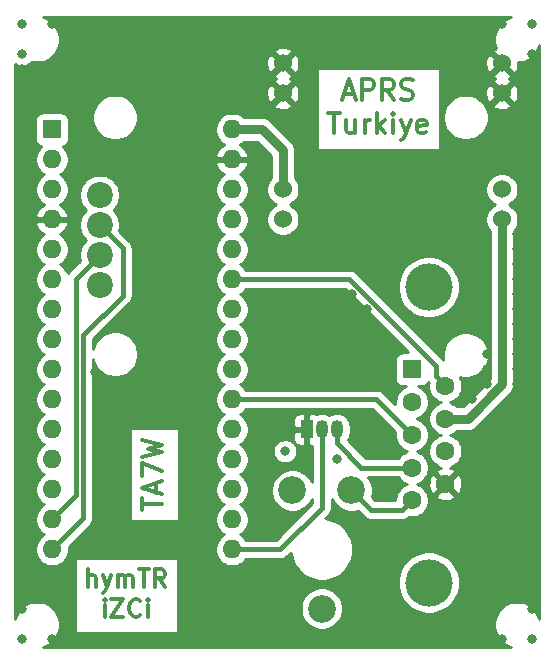
<source format=gbr>
G04 #@! TF.GenerationSoftware,KiCad,Pcbnew,5.1.5-52549c5~84~ubuntu19.10.1*
G04 #@! TF.CreationDate,2020-09-03T13:43:05+03:00*
G04 #@! TF.ProjectId,hymTracker,68796d54-7261-4636-9b65-722e6b696361,rev?*
G04 #@! TF.SameCoordinates,Original*
G04 #@! TF.FileFunction,Copper,L1,Top*
G04 #@! TF.FilePolarity,Positive*
%FSLAX46Y46*%
G04 Gerber Fmt 4.6, Leading zero omitted, Abs format (unit mm)*
G04 Created by KiCad (PCBNEW 5.1.5-52549c5~84~ubuntu19.10.1) date 2020-09-03 13:43:05*
%MOMM*%
%LPD*%
G04 APERTURE LIST*
%ADD10C,0.300000*%
%ADD11C,2.340000*%
%ADD12C,2.200000*%
%ADD13C,1.524000*%
%ADD14R,1.050000X1.500000*%
%ADD15O,1.050000X1.500000*%
%ADD16C,4.000000*%
%ADD17C,1.600000*%
%ADD18R,1.600000X1.600000*%
%ADD19O,1.600000X1.600000*%
%ADD20C,0.800000*%
%ADD21C,0.400000*%
%ADD22C,0.800000*%
%ADD23C,0.254000*%
G04 APERTURE END LIST*
D10*
X68569047Y-84265238D02*
X68569047Y-83293809D01*
X70269047Y-83779523D02*
X68569047Y-83779523D01*
X69783333Y-82808095D02*
X69783333Y-81998571D01*
X70269047Y-82970000D02*
X68569047Y-82403333D01*
X70269047Y-81836666D01*
X68569047Y-81431904D02*
X68569047Y-80298571D01*
X70269047Y-81027142D01*
X68569047Y-79812857D02*
X70269047Y-79408095D01*
X69054761Y-79084285D01*
X70269047Y-78760476D01*
X68569047Y-78355714D01*
X64035714Y-90793571D02*
X64035714Y-89293571D01*
X64678571Y-90793571D02*
X64678571Y-90007857D01*
X64607142Y-89865000D01*
X64464285Y-89793571D01*
X64250000Y-89793571D01*
X64107142Y-89865000D01*
X64035714Y-89936428D01*
X65250000Y-89793571D02*
X65607142Y-90793571D01*
X65964285Y-89793571D02*
X65607142Y-90793571D01*
X65464285Y-91150714D01*
X65392857Y-91222142D01*
X65250000Y-91293571D01*
X66535714Y-90793571D02*
X66535714Y-89793571D01*
X66535714Y-89936428D02*
X66607142Y-89865000D01*
X66750000Y-89793571D01*
X66964285Y-89793571D01*
X67107142Y-89865000D01*
X67178571Y-90007857D01*
X67178571Y-90793571D01*
X67178571Y-90007857D02*
X67250000Y-89865000D01*
X67392857Y-89793571D01*
X67607142Y-89793571D01*
X67750000Y-89865000D01*
X67821428Y-90007857D01*
X67821428Y-90793571D01*
X68321428Y-89293571D02*
X69178571Y-89293571D01*
X68750000Y-90793571D02*
X68750000Y-89293571D01*
X70535714Y-90793571D02*
X70035714Y-90079285D01*
X69678571Y-90793571D02*
X69678571Y-89293571D01*
X70250000Y-89293571D01*
X70392857Y-89365000D01*
X70464285Y-89436428D01*
X70535714Y-89579285D01*
X70535714Y-89793571D01*
X70464285Y-89936428D01*
X70392857Y-90007857D01*
X70250000Y-90079285D01*
X69678571Y-90079285D01*
X65428571Y-93343571D02*
X65428571Y-92343571D01*
X65428571Y-91843571D02*
X65357142Y-91915000D01*
X65428571Y-91986428D01*
X65500000Y-91915000D01*
X65428571Y-91843571D01*
X65428571Y-91986428D01*
X66000000Y-91843571D02*
X67000000Y-91843571D01*
X66000000Y-93343571D01*
X67000000Y-93343571D01*
X68428571Y-93200714D02*
X68357142Y-93272142D01*
X68142857Y-93343571D01*
X68000000Y-93343571D01*
X67785714Y-93272142D01*
X67642857Y-93129285D01*
X67571428Y-92986428D01*
X67500000Y-92700714D01*
X67500000Y-92486428D01*
X67571428Y-92200714D01*
X67642857Y-92057857D01*
X67785714Y-91915000D01*
X68000000Y-91843571D01*
X68142857Y-91843571D01*
X68357142Y-91915000D01*
X68428571Y-91986428D01*
X69071428Y-93343571D02*
X69071428Y-92343571D01*
X69071428Y-91843571D02*
X69000000Y-91915000D01*
X69071428Y-91986428D01*
X69142857Y-91915000D01*
X69071428Y-91843571D01*
X69071428Y-91986428D01*
X85695714Y-49048333D02*
X86505238Y-49048333D01*
X85533809Y-49534047D02*
X86100476Y-47834047D01*
X86667142Y-49534047D01*
X87233809Y-49534047D02*
X87233809Y-47834047D01*
X87881428Y-47834047D01*
X88043333Y-47915000D01*
X88124285Y-47995952D01*
X88205238Y-48157857D01*
X88205238Y-48400714D01*
X88124285Y-48562619D01*
X88043333Y-48643571D01*
X87881428Y-48724523D01*
X87233809Y-48724523D01*
X89905238Y-49534047D02*
X89338571Y-48724523D01*
X88933809Y-49534047D02*
X88933809Y-47834047D01*
X89581428Y-47834047D01*
X89743333Y-47915000D01*
X89824285Y-47995952D01*
X89905238Y-48157857D01*
X89905238Y-48400714D01*
X89824285Y-48562619D01*
X89743333Y-48643571D01*
X89581428Y-48724523D01*
X88933809Y-48724523D01*
X90552857Y-49453095D02*
X90795714Y-49534047D01*
X91200476Y-49534047D01*
X91362380Y-49453095D01*
X91443333Y-49372142D01*
X91524285Y-49210238D01*
X91524285Y-49048333D01*
X91443333Y-48886428D01*
X91362380Y-48805476D01*
X91200476Y-48724523D01*
X90876666Y-48643571D01*
X90714761Y-48562619D01*
X90633809Y-48481666D01*
X90552857Y-48319761D01*
X90552857Y-48157857D01*
X90633809Y-47995952D01*
X90714761Y-47915000D01*
X90876666Y-47834047D01*
X91281428Y-47834047D01*
X91524285Y-47915000D01*
X84360000Y-50684047D02*
X85331428Y-50684047D01*
X84845714Y-52384047D02*
X84845714Y-50684047D01*
X86626666Y-51250714D02*
X86626666Y-52384047D01*
X85898095Y-51250714D02*
X85898095Y-52141190D01*
X85979047Y-52303095D01*
X86140952Y-52384047D01*
X86383809Y-52384047D01*
X86545714Y-52303095D01*
X86626666Y-52222142D01*
X87436190Y-52384047D02*
X87436190Y-51250714D01*
X87436190Y-51574523D02*
X87517142Y-51412619D01*
X87598095Y-51331666D01*
X87760000Y-51250714D01*
X87921904Y-51250714D01*
X88488571Y-52384047D02*
X88488571Y-50684047D01*
X88650476Y-51736428D02*
X89136190Y-52384047D01*
X89136190Y-51250714D02*
X88488571Y-51898333D01*
X89864761Y-52384047D02*
X89864761Y-51250714D01*
X89864761Y-50684047D02*
X89783809Y-50765000D01*
X89864761Y-50845952D01*
X89945714Y-50765000D01*
X89864761Y-50684047D01*
X89864761Y-50845952D01*
X90512380Y-51250714D02*
X90917142Y-52384047D01*
X91321904Y-51250714D02*
X90917142Y-52384047D01*
X90755238Y-52788809D01*
X90674285Y-52869761D01*
X90512380Y-52950714D01*
X92617142Y-52303095D02*
X92455238Y-52384047D01*
X92131428Y-52384047D01*
X91969523Y-52303095D01*
X91888571Y-52141190D01*
X91888571Y-51493571D01*
X91969523Y-51331666D01*
X92131428Y-51250714D01*
X92455238Y-51250714D01*
X92617142Y-51331666D01*
X92698095Y-51493571D01*
X92698095Y-51655476D01*
X91888571Y-51817380D01*
D11*
X81320000Y-82630000D03*
X83820000Y-92630000D03*
X86320000Y-82630000D03*
D12*
X64994000Y-65244000D03*
X64994000Y-62704000D03*
X64994000Y-60164000D03*
X64994000Y-57624000D03*
D13*
X80518000Y-46482000D03*
X80518000Y-49022000D03*
X80518000Y-57150000D03*
X80518000Y-59690000D03*
X99060000Y-46482000D03*
X99060000Y-49022000D03*
X99060000Y-57150000D03*
X99060000Y-59690000D03*
D14*
X82550000Y-77470000D03*
D15*
X85090000Y-77470000D03*
X83820000Y-77470000D03*
D16*
X92860000Y-65430000D03*
X92860000Y-90430000D03*
D17*
X94280000Y-82085000D03*
X94280000Y-79315000D03*
X94280000Y-76545000D03*
X94280000Y-73775000D03*
X91440000Y-83470000D03*
X91440000Y-80700000D03*
X91440000Y-77930000D03*
X91440000Y-75160000D03*
D18*
X91440000Y-72390000D03*
D19*
X76200000Y-87630000D03*
X60960000Y-87630000D03*
X76200000Y-52070000D03*
X60960000Y-85090000D03*
X76200000Y-54610000D03*
X60960000Y-82550000D03*
X76200000Y-57150000D03*
X60960000Y-80010000D03*
X76200000Y-59690000D03*
X60960000Y-77470000D03*
X76200000Y-62230000D03*
X60960000Y-74930000D03*
X76200000Y-64770000D03*
X60960000Y-72390000D03*
X76200000Y-67310000D03*
X60960000Y-69850000D03*
X76200000Y-69850000D03*
X60960000Y-67310000D03*
X76200000Y-72390000D03*
X60960000Y-64770000D03*
X76200000Y-74930000D03*
X60960000Y-62230000D03*
X76200000Y-77470000D03*
X60960000Y-59690000D03*
X76200000Y-80010000D03*
X60960000Y-57150000D03*
X76200000Y-82550000D03*
X60960000Y-54610000D03*
X76200000Y-85090000D03*
D18*
X60960000Y-52070000D03*
D20*
X101600000Y-95250000D03*
X58420000Y-95250000D03*
X58420000Y-45720000D03*
X58420000Y-43180000D03*
X101600000Y-43180000D03*
X85090000Y-80010000D03*
X101600000Y-45720000D03*
X101600000Y-92710000D03*
X99060000Y-95250000D03*
X60960000Y-95250000D03*
X58420000Y-92710000D03*
X60960000Y-43180000D03*
X99060000Y-43180000D03*
X78740000Y-66040000D03*
X87630000Y-71120000D03*
X101600000Y-46990000D03*
X101600000Y-48260000D03*
X101600000Y-49530000D03*
X101600000Y-50800000D03*
X101600000Y-52070000D03*
X101600000Y-53340000D03*
X101600000Y-54610000D03*
X101600000Y-55880000D03*
X101600000Y-57150000D03*
X101600000Y-58420000D03*
X101600000Y-59690000D03*
X101600000Y-60960000D03*
X101600000Y-62230000D03*
X101600000Y-63500000D03*
X101600000Y-64770000D03*
X101600000Y-66040000D03*
X101600000Y-67310000D03*
X101600000Y-68580000D03*
X101600000Y-69850000D03*
X101600000Y-71120000D03*
X101600000Y-72390000D03*
X101600000Y-73660000D03*
X101600000Y-74930000D03*
X101600000Y-76200000D03*
X101600000Y-77470000D03*
X101600000Y-78740000D03*
X101600000Y-80010000D03*
X101600000Y-81280000D03*
X101600000Y-82550000D03*
X101600000Y-83820000D03*
X101600000Y-85090000D03*
X101600000Y-86360000D03*
X101600000Y-87630000D03*
X101600000Y-88900000D03*
X101600000Y-91440000D03*
X101600000Y-90170000D03*
X97790000Y-95250000D03*
X96520000Y-95250000D03*
X95250000Y-95250000D03*
X93980000Y-95250000D03*
X92710000Y-95250000D03*
X91440000Y-95250000D03*
X88900000Y-95250000D03*
X88900000Y-95250000D03*
X90170000Y-95250000D03*
X87630000Y-95250000D03*
X86360000Y-95250000D03*
X85090000Y-95250000D03*
X83820000Y-95250000D03*
X82550000Y-95250000D03*
X81280000Y-95250000D03*
X80010000Y-95250000D03*
X78740000Y-95250000D03*
X77470000Y-95250000D03*
X76200000Y-95250000D03*
X73660000Y-95250000D03*
X74930000Y-95250000D03*
X72390000Y-95250000D03*
X71120000Y-95250000D03*
X69850000Y-95250000D03*
X68580000Y-95250000D03*
X67310000Y-95250000D03*
X66040000Y-95250000D03*
X64770000Y-95250000D03*
X63500000Y-95250000D03*
X62230000Y-95250000D03*
X58420000Y-91440000D03*
X58420000Y-90170000D03*
X58420000Y-87630000D03*
X58420000Y-88900000D03*
X58420000Y-86360000D03*
X58420000Y-85090000D03*
X58420000Y-82550000D03*
X58420000Y-83820000D03*
X58420000Y-81280000D03*
X58420000Y-80010000D03*
X58420000Y-78740000D03*
X58420000Y-77470000D03*
X58420000Y-76200000D03*
X58420000Y-74930000D03*
X58420000Y-73660000D03*
X58420000Y-72390000D03*
X58420000Y-71120000D03*
X58420000Y-69850000D03*
X58420000Y-68580000D03*
X58420000Y-67310000D03*
X58420000Y-66040000D03*
X58420000Y-64770000D03*
X58420000Y-63500000D03*
X58420000Y-62230000D03*
X58420000Y-60960000D03*
X58420000Y-59690000D03*
X58420000Y-58420000D03*
X58420000Y-57150000D03*
X58420000Y-55880000D03*
X58420000Y-54610000D03*
X58420000Y-53340000D03*
X58420000Y-52070000D03*
X58420000Y-50800000D03*
X58420000Y-49530000D03*
X58420000Y-48260000D03*
X58420000Y-46990000D03*
X62230000Y-43180000D03*
X63500000Y-43180000D03*
X64770000Y-43180000D03*
X66040000Y-43180000D03*
X67310000Y-43180000D03*
X68580000Y-43180000D03*
X69850000Y-43180000D03*
X71120000Y-43180000D03*
X72390000Y-43180000D03*
X73660000Y-43180000D03*
X74930000Y-43180000D03*
X76200000Y-43180000D03*
X77470000Y-43180000D03*
X78740000Y-43180000D03*
X80010000Y-43180000D03*
X81280000Y-43180000D03*
X82550000Y-43180000D03*
X83820000Y-43180000D03*
X85090000Y-43180000D03*
X86360000Y-43180000D03*
X87630000Y-43180000D03*
X88900000Y-43180000D03*
X90170000Y-43180000D03*
X91440000Y-43180000D03*
X92710000Y-43180000D03*
X93980000Y-43180000D03*
X95250000Y-43180000D03*
X96520000Y-43180000D03*
X97790000Y-43180000D03*
X97790000Y-60960000D03*
X97790000Y-62230000D03*
X97790000Y-63500000D03*
X97790000Y-66040000D03*
X97790000Y-64770000D03*
X97790000Y-67310000D03*
X97790000Y-68580000D03*
X97790000Y-69850000D03*
X97790000Y-71120000D03*
X97790000Y-72390000D03*
X97790000Y-73660000D03*
X96520000Y-74930000D03*
X100330000Y-60960000D03*
X100330000Y-62230000D03*
X100330000Y-63500000D03*
X100330000Y-64770000D03*
X100330000Y-66040000D03*
X100330000Y-67310000D03*
X100330000Y-68580000D03*
X100330000Y-69850000D03*
X100330000Y-72390000D03*
X100330000Y-71120000D03*
X100330000Y-73660000D03*
X100330000Y-74930000D03*
X99060000Y-76200000D03*
X97790000Y-77470000D03*
X81280000Y-76200000D03*
X80010000Y-77470000D03*
X82550000Y-80010000D03*
X87630000Y-77470000D03*
X87630000Y-76200000D03*
X81280000Y-85090000D03*
X80010000Y-86360000D03*
X80010000Y-85090000D03*
X90170000Y-82550000D03*
X87630000Y-69850000D03*
X87630000Y-68580000D03*
X87630000Y-67310000D03*
X87630000Y-64770000D03*
X87630000Y-63500000D03*
X78740000Y-67310000D03*
X78740000Y-68580000D03*
X80010000Y-69850000D03*
X81280000Y-71120000D03*
X83820000Y-71120000D03*
X82550000Y-71120000D03*
X85090000Y-71120000D03*
X86360000Y-71120000D03*
X86360000Y-66040000D03*
X85090000Y-66040000D03*
X83820000Y-66040000D03*
X81280000Y-66040000D03*
X82550000Y-66040000D03*
X80010000Y-66040000D03*
X78740000Y-63500000D03*
X80010000Y-63500000D03*
X81280000Y-63500000D03*
X82550000Y-63500000D03*
X83820000Y-63500000D03*
X86360000Y-63500000D03*
X86360000Y-63500000D03*
X82550000Y-45720000D03*
X82550000Y-46990000D03*
X82550000Y-48260000D03*
X82550000Y-49530000D03*
X82550000Y-50800000D03*
X81280000Y-50800000D03*
X80010000Y-50800000D03*
X81280000Y-52070000D03*
X82550000Y-52070000D03*
X82550000Y-53340000D03*
X96520000Y-45720000D03*
X96520000Y-46990000D03*
X96520000Y-48260000D03*
X95250000Y-48260000D03*
X95250000Y-46990000D03*
X95250000Y-45720000D03*
X93980000Y-45720000D03*
X92710000Y-45720000D03*
X91440000Y-45720000D03*
X90170000Y-45720000D03*
X88900000Y-45720000D03*
X86360000Y-45720000D03*
X86360000Y-45720000D03*
X85090000Y-45720000D03*
X83820000Y-45720000D03*
X97790000Y-53340000D03*
X97790000Y-54610000D03*
X97790000Y-55880000D03*
X87630000Y-55880000D03*
X87630000Y-57150000D03*
X87630000Y-58420000D03*
X87630000Y-59690000D03*
X88900000Y-59690000D03*
X87630000Y-60960000D03*
X86360000Y-60960000D03*
X86360000Y-59690000D03*
X85090000Y-59690000D03*
X85090000Y-60960000D03*
X83820000Y-60960000D03*
X83820000Y-59690000D03*
X82550000Y-59690000D03*
X82550000Y-60960000D03*
X82550000Y-54610000D03*
X82550000Y-55880000D03*
X82550000Y-58420000D03*
X82550000Y-57150000D03*
X89060000Y-55360000D03*
X90170000Y-54610000D03*
X91520000Y-54650000D03*
X92710000Y-54610000D03*
X93980000Y-54610000D03*
X95250000Y-54610000D03*
X96520000Y-54610000D03*
X87630000Y-45720000D03*
X73740000Y-75950000D03*
X73710000Y-71670000D03*
X73710000Y-67740000D03*
X73620000Y-64360000D03*
X70100000Y-64400000D03*
X65750000Y-74950000D03*
X64590000Y-72620000D03*
X80705000Y-79315000D03*
D21*
X77331370Y-87630000D02*
X76200000Y-87630000D01*
X80267998Y-87630000D02*
X77331370Y-87630000D01*
X83820000Y-84077998D02*
X80267998Y-87630000D01*
X83820000Y-77470000D02*
X83820000Y-84077998D01*
X61759999Y-86830001D02*
X60960000Y-87630000D01*
X66960000Y-62130000D02*
X66960000Y-66136000D01*
X64994000Y-60164000D02*
X66960000Y-62130000D01*
X63592010Y-84997990D02*
X61759999Y-86830001D01*
X66960000Y-66136000D02*
X63592010Y-69503990D01*
X63592010Y-69503990D02*
X63592010Y-84997990D01*
D22*
X76200000Y-52070000D02*
X78740000Y-52070000D01*
X80518000Y-53848000D02*
X80518000Y-57150000D01*
X78740000Y-52070000D02*
X80518000Y-53848000D01*
D21*
X64994000Y-62704000D02*
X62992000Y-64706000D01*
X62992000Y-83058000D02*
X60960000Y-85090000D01*
X62992000Y-64706000D02*
X62992000Y-83058000D01*
X91210000Y-74930000D02*
X91440000Y-75160000D01*
X77331370Y-64770000D02*
X76200000Y-64770000D01*
X86140002Y-64770000D02*
X77331370Y-64770000D01*
X93480001Y-72109999D02*
X86140002Y-64770000D01*
X93480001Y-72975001D02*
X93480001Y-72109999D01*
X94280000Y-73775000D02*
X93480001Y-72975001D01*
X88440000Y-74930000D02*
X76200000Y-74930000D01*
X91440000Y-77930000D02*
X88440000Y-74930000D01*
D22*
X96175000Y-76545000D02*
X94280000Y-76545000D01*
X99060000Y-59690000D02*
X99060000Y-73660000D01*
X99060000Y-73660000D02*
X96175000Y-76545000D01*
D21*
X85090000Y-78620000D02*
X85090000Y-77470000D01*
X87170000Y-80700000D02*
X85090000Y-78620000D01*
X91440000Y-80700000D02*
X87170000Y-80700000D01*
X87489999Y-83799999D02*
X86320000Y-82630000D01*
X87959999Y-84269999D02*
X87489999Y-83799999D01*
X90640001Y-84269999D02*
X87959999Y-84269999D01*
X91440000Y-83470000D02*
X90640001Y-84269999D01*
D23*
G36*
X99763945Y-42583966D02*
G01*
X99410776Y-42730254D01*
X99092933Y-42942630D01*
X98822630Y-43212933D01*
X98610254Y-43530776D01*
X98463966Y-43883945D01*
X98389390Y-44258867D01*
X98389390Y-44641133D01*
X98463966Y-45016055D01*
X98534533Y-45186418D01*
X98456977Y-45214364D01*
X98341020Y-45276344D01*
X98274040Y-45516435D01*
X99060000Y-46302395D01*
X99074143Y-46288253D01*
X99253748Y-46467858D01*
X99239605Y-46482000D01*
X100025565Y-47267960D01*
X100265656Y-47200980D01*
X100382756Y-46951952D01*
X100449023Y-46684865D01*
X100461910Y-46409983D01*
X100458992Y-46390610D01*
X100521133Y-46390610D01*
X100896055Y-46316034D01*
X101249224Y-46169746D01*
X101567067Y-45957370D01*
X101837370Y-45687067D01*
X102049746Y-45369224D01*
X102196034Y-45016055D01*
X102210001Y-44945838D01*
X102210000Y-93484157D01*
X102196034Y-93413945D01*
X102049746Y-93060776D01*
X101837370Y-92742933D01*
X101567067Y-92472630D01*
X101249224Y-92260254D01*
X100896055Y-92113966D01*
X100521133Y-92039390D01*
X100138867Y-92039390D01*
X99763945Y-92113966D01*
X99410776Y-92260254D01*
X99092933Y-92472630D01*
X98822630Y-92742933D01*
X98610254Y-93060776D01*
X98463966Y-93413945D01*
X98389390Y-93788867D01*
X98389390Y-94171133D01*
X98463966Y-94546055D01*
X98610254Y-94899224D01*
X98822630Y-95217067D01*
X99092933Y-95487370D01*
X99410776Y-95699746D01*
X99763945Y-95846034D01*
X99834157Y-95860000D01*
X60185843Y-95860000D01*
X60256055Y-95846034D01*
X60609224Y-95699746D01*
X60927067Y-95487370D01*
X61197370Y-95217067D01*
X61409746Y-94899224D01*
X61556034Y-94546055D01*
X61630610Y-94171133D01*
X61630610Y-93788867D01*
X61556034Y-93413945D01*
X61409746Y-93060776D01*
X61197370Y-92742933D01*
X60927067Y-92472630D01*
X60609224Y-92260254D01*
X60256055Y-92113966D01*
X59881133Y-92039390D01*
X59498867Y-92039390D01*
X59123945Y-92113966D01*
X58770776Y-92260254D01*
X58452933Y-92472630D01*
X58182630Y-92742933D01*
X57970254Y-93060776D01*
X57823966Y-93413945D01*
X57810000Y-93484157D01*
X57810000Y-62088665D01*
X59525000Y-62088665D01*
X59525000Y-62371335D01*
X59580147Y-62648574D01*
X59688320Y-62909727D01*
X59845363Y-63144759D01*
X60045241Y-63344637D01*
X60277759Y-63500000D01*
X60045241Y-63655363D01*
X59845363Y-63855241D01*
X59688320Y-64090273D01*
X59580147Y-64351426D01*
X59525000Y-64628665D01*
X59525000Y-64911335D01*
X59580147Y-65188574D01*
X59688320Y-65449727D01*
X59845363Y-65684759D01*
X60045241Y-65884637D01*
X60277759Y-66040000D01*
X60045241Y-66195363D01*
X59845363Y-66395241D01*
X59688320Y-66630273D01*
X59580147Y-66891426D01*
X59525000Y-67168665D01*
X59525000Y-67451335D01*
X59580147Y-67728574D01*
X59688320Y-67989727D01*
X59845363Y-68224759D01*
X60045241Y-68424637D01*
X60277759Y-68580000D01*
X60045241Y-68735363D01*
X59845363Y-68935241D01*
X59688320Y-69170273D01*
X59580147Y-69431426D01*
X59525000Y-69708665D01*
X59525000Y-69991335D01*
X59580147Y-70268574D01*
X59688320Y-70529727D01*
X59845363Y-70764759D01*
X60045241Y-70964637D01*
X60277759Y-71120000D01*
X60045241Y-71275363D01*
X59845363Y-71475241D01*
X59688320Y-71710273D01*
X59580147Y-71971426D01*
X59525000Y-72248665D01*
X59525000Y-72531335D01*
X59580147Y-72808574D01*
X59688320Y-73069727D01*
X59845363Y-73304759D01*
X60045241Y-73504637D01*
X60277759Y-73660000D01*
X60045241Y-73815363D01*
X59845363Y-74015241D01*
X59688320Y-74250273D01*
X59580147Y-74511426D01*
X59525000Y-74788665D01*
X59525000Y-75071335D01*
X59580147Y-75348574D01*
X59688320Y-75609727D01*
X59845363Y-75844759D01*
X60045241Y-76044637D01*
X60277759Y-76200000D01*
X60045241Y-76355363D01*
X59845363Y-76555241D01*
X59688320Y-76790273D01*
X59580147Y-77051426D01*
X59525000Y-77328665D01*
X59525000Y-77611335D01*
X59580147Y-77888574D01*
X59688320Y-78149727D01*
X59845363Y-78384759D01*
X60045241Y-78584637D01*
X60277759Y-78740000D01*
X60045241Y-78895363D01*
X59845363Y-79095241D01*
X59688320Y-79330273D01*
X59580147Y-79591426D01*
X59525000Y-79868665D01*
X59525000Y-80151335D01*
X59580147Y-80428574D01*
X59688320Y-80689727D01*
X59845363Y-80924759D01*
X60045241Y-81124637D01*
X60277759Y-81280000D01*
X60045241Y-81435363D01*
X59845363Y-81635241D01*
X59688320Y-81870273D01*
X59580147Y-82131426D01*
X59525000Y-82408665D01*
X59525000Y-82691335D01*
X59580147Y-82968574D01*
X59688320Y-83229727D01*
X59845363Y-83464759D01*
X60045241Y-83664637D01*
X60277759Y-83820000D01*
X60045241Y-83975363D01*
X59845363Y-84175241D01*
X59688320Y-84410273D01*
X59580147Y-84671426D01*
X59525000Y-84948665D01*
X59525000Y-85231335D01*
X59580147Y-85508574D01*
X59688320Y-85769727D01*
X59845363Y-86004759D01*
X60045241Y-86204637D01*
X60277759Y-86360000D01*
X60045241Y-86515363D01*
X59845363Y-86715241D01*
X59688320Y-86950273D01*
X59580147Y-87211426D01*
X59525000Y-87488665D01*
X59525000Y-87771335D01*
X59580147Y-88048574D01*
X59688320Y-88309727D01*
X59845363Y-88544759D01*
X60045241Y-88744637D01*
X60280273Y-88901680D01*
X60541426Y-89009853D01*
X60818665Y-89065000D01*
X61101335Y-89065000D01*
X61378574Y-89009853D01*
X61639727Y-88901680D01*
X61874759Y-88744637D01*
X62074637Y-88544759D01*
X62221474Y-88325000D01*
X62893572Y-88325000D01*
X62893572Y-94695000D01*
X71606429Y-94695000D01*
X71606429Y-92452223D01*
X82015000Y-92452223D01*
X82015000Y-92807777D01*
X82084365Y-93156499D01*
X82220429Y-93484988D01*
X82417965Y-93780621D01*
X82669379Y-94032035D01*
X82965012Y-94229571D01*
X83293501Y-94365635D01*
X83642223Y-94435000D01*
X83997777Y-94435000D01*
X84346499Y-94365635D01*
X84674988Y-94229571D01*
X84970621Y-94032035D01*
X85222035Y-93780621D01*
X85419571Y-93484988D01*
X85555635Y-93156499D01*
X85625000Y-92807777D01*
X85625000Y-92452223D01*
X85555635Y-92103501D01*
X85419571Y-91775012D01*
X85222035Y-91479379D01*
X84970621Y-91227965D01*
X84674988Y-91030429D01*
X84346499Y-90894365D01*
X83997777Y-90825000D01*
X83642223Y-90825000D01*
X83293501Y-90894365D01*
X82965012Y-91030429D01*
X82669379Y-91227965D01*
X82417965Y-91479379D01*
X82220429Y-91775012D01*
X82084365Y-92103501D01*
X82015000Y-92452223D01*
X71606429Y-92452223D01*
X71606429Y-88325000D01*
X62893572Y-88325000D01*
X62221474Y-88325000D01*
X62231680Y-88309727D01*
X62339853Y-88048574D01*
X62395000Y-87771335D01*
X62395000Y-87488665D01*
X62376286Y-87394582D01*
X62379437Y-87391431D01*
X62379441Y-87391426D01*
X64153442Y-85617427D01*
X64185301Y-85591281D01*
X64214137Y-85556145D01*
X64289646Y-85464136D01*
X64367182Y-85319077D01*
X64414928Y-85161679D01*
X64431050Y-84997990D01*
X64427010Y-84956972D01*
X64427010Y-77327857D01*
X67566000Y-77327857D01*
X67566000Y-85212143D01*
X71686000Y-85212143D01*
X71686000Y-77327857D01*
X67566000Y-77327857D01*
X64427010Y-77327857D01*
X64427010Y-71530537D01*
X64453966Y-71666055D01*
X64600254Y-72019224D01*
X64812630Y-72337067D01*
X65082933Y-72607370D01*
X65400776Y-72819746D01*
X65753945Y-72966034D01*
X66128867Y-73040610D01*
X66511133Y-73040610D01*
X66886055Y-72966034D01*
X67239224Y-72819746D01*
X67557067Y-72607370D01*
X67827370Y-72337067D01*
X68039746Y-72019224D01*
X68186034Y-71666055D01*
X68260610Y-71291133D01*
X68260610Y-70908867D01*
X68186034Y-70533945D01*
X68039746Y-70180776D01*
X67827370Y-69862933D01*
X67557067Y-69592630D01*
X67239224Y-69380254D01*
X66886055Y-69233966D01*
X66511133Y-69159390D01*
X66128867Y-69159390D01*
X65753945Y-69233966D01*
X65400776Y-69380254D01*
X65082933Y-69592630D01*
X64812630Y-69862933D01*
X64600254Y-70180776D01*
X64453966Y-70533945D01*
X64427010Y-70669463D01*
X64427010Y-69849857D01*
X67521427Y-66755441D01*
X67553291Y-66729291D01*
X67657636Y-66602146D01*
X67735172Y-66457087D01*
X67782918Y-66299689D01*
X67795000Y-66177019D01*
X67799040Y-66136001D01*
X67795000Y-66094982D01*
X67795000Y-62171018D01*
X67799040Y-62130000D01*
X67782918Y-61966311D01*
X67735172Y-61808913D01*
X67657636Y-61663854D01*
X67579439Y-61568570D01*
X67579437Y-61568568D01*
X67553291Y-61536709D01*
X67521433Y-61510564D01*
X66665415Y-60654547D01*
X66729000Y-60334883D01*
X66729000Y-59993117D01*
X66662325Y-59657919D01*
X66531537Y-59342169D01*
X66341663Y-59058002D01*
X66177661Y-58894000D01*
X66341663Y-58729998D01*
X66531537Y-58445831D01*
X66662325Y-58130081D01*
X66729000Y-57794883D01*
X66729000Y-57453117D01*
X66662325Y-57117919D01*
X66617071Y-57008665D01*
X74765000Y-57008665D01*
X74765000Y-57291335D01*
X74820147Y-57568574D01*
X74928320Y-57829727D01*
X75085363Y-58064759D01*
X75285241Y-58264637D01*
X75517759Y-58420000D01*
X75285241Y-58575363D01*
X75085363Y-58775241D01*
X74928320Y-59010273D01*
X74820147Y-59271426D01*
X74765000Y-59548665D01*
X74765000Y-59831335D01*
X74820147Y-60108574D01*
X74928320Y-60369727D01*
X75085363Y-60604759D01*
X75285241Y-60804637D01*
X75517759Y-60960000D01*
X75285241Y-61115363D01*
X75085363Y-61315241D01*
X74928320Y-61550273D01*
X74820147Y-61811426D01*
X74765000Y-62088665D01*
X74765000Y-62371335D01*
X74820147Y-62648574D01*
X74928320Y-62909727D01*
X75085363Y-63144759D01*
X75285241Y-63344637D01*
X75517759Y-63500000D01*
X75285241Y-63655363D01*
X75085363Y-63855241D01*
X74928320Y-64090273D01*
X74820147Y-64351426D01*
X74765000Y-64628665D01*
X74765000Y-64911335D01*
X74820147Y-65188574D01*
X74928320Y-65449727D01*
X75085363Y-65684759D01*
X75285241Y-65884637D01*
X75517759Y-66040000D01*
X75285241Y-66195363D01*
X75085363Y-66395241D01*
X74928320Y-66630273D01*
X74820147Y-66891426D01*
X74765000Y-67168665D01*
X74765000Y-67451335D01*
X74820147Y-67728574D01*
X74928320Y-67989727D01*
X75085363Y-68224759D01*
X75285241Y-68424637D01*
X75517759Y-68580000D01*
X75285241Y-68735363D01*
X75085363Y-68935241D01*
X74928320Y-69170273D01*
X74820147Y-69431426D01*
X74765000Y-69708665D01*
X74765000Y-69991335D01*
X74820147Y-70268574D01*
X74928320Y-70529727D01*
X75085363Y-70764759D01*
X75285241Y-70964637D01*
X75517759Y-71120000D01*
X75285241Y-71275363D01*
X75085363Y-71475241D01*
X74928320Y-71710273D01*
X74820147Y-71971426D01*
X74765000Y-72248665D01*
X74765000Y-72531335D01*
X74820147Y-72808574D01*
X74928320Y-73069727D01*
X75085363Y-73304759D01*
X75285241Y-73504637D01*
X75517759Y-73660000D01*
X75285241Y-73815363D01*
X75085363Y-74015241D01*
X74928320Y-74250273D01*
X74820147Y-74511426D01*
X74765000Y-74788665D01*
X74765000Y-75071335D01*
X74820147Y-75348574D01*
X74928320Y-75609727D01*
X75085363Y-75844759D01*
X75285241Y-76044637D01*
X75517759Y-76200000D01*
X75285241Y-76355363D01*
X75085363Y-76555241D01*
X74928320Y-76790273D01*
X74820147Y-77051426D01*
X74765000Y-77328665D01*
X74765000Y-77611335D01*
X74820147Y-77888574D01*
X74928320Y-78149727D01*
X75085363Y-78384759D01*
X75285241Y-78584637D01*
X75517759Y-78740000D01*
X75285241Y-78895363D01*
X75085363Y-79095241D01*
X74928320Y-79330273D01*
X74820147Y-79591426D01*
X74765000Y-79868665D01*
X74765000Y-80151335D01*
X74820147Y-80428574D01*
X74928320Y-80689727D01*
X75085363Y-80924759D01*
X75285241Y-81124637D01*
X75517759Y-81280000D01*
X75285241Y-81435363D01*
X75085363Y-81635241D01*
X74928320Y-81870273D01*
X74820147Y-82131426D01*
X74765000Y-82408665D01*
X74765000Y-82691335D01*
X74820147Y-82968574D01*
X74928320Y-83229727D01*
X75085363Y-83464759D01*
X75285241Y-83664637D01*
X75517759Y-83820000D01*
X75285241Y-83975363D01*
X75085363Y-84175241D01*
X74928320Y-84410273D01*
X74820147Y-84671426D01*
X74765000Y-84948665D01*
X74765000Y-85231335D01*
X74820147Y-85508574D01*
X74928320Y-85769727D01*
X75085363Y-86004759D01*
X75285241Y-86204637D01*
X75517759Y-86360000D01*
X75285241Y-86515363D01*
X75085363Y-86715241D01*
X74928320Y-86950273D01*
X74820147Y-87211426D01*
X74765000Y-87488665D01*
X74765000Y-87771335D01*
X74820147Y-88048574D01*
X74928320Y-88309727D01*
X75085363Y-88544759D01*
X75285241Y-88744637D01*
X75520273Y-88901680D01*
X75781426Y-89009853D01*
X76058665Y-89065000D01*
X76341335Y-89065000D01*
X76618574Y-89009853D01*
X76879727Y-88901680D01*
X77114759Y-88744637D01*
X77314637Y-88544759D01*
X77367930Y-88465000D01*
X80226980Y-88465000D01*
X80267998Y-88469040D01*
X80309016Y-88465000D01*
X80309017Y-88465000D01*
X80431687Y-88452918D01*
X80589085Y-88405172D01*
X80734144Y-88327636D01*
X80861289Y-88223291D01*
X80887444Y-88191421D01*
X81185720Y-87893145D01*
X81286261Y-88398601D01*
X81484893Y-88878141D01*
X81773262Y-89309715D01*
X82140285Y-89676738D01*
X82571859Y-89965107D01*
X83051399Y-90163739D01*
X83560475Y-90265000D01*
X84079525Y-90265000D01*
X84554736Y-90170475D01*
X90225000Y-90170475D01*
X90225000Y-90689525D01*
X90326261Y-91198601D01*
X90524893Y-91678141D01*
X90813262Y-92109715D01*
X91180285Y-92476738D01*
X91611859Y-92765107D01*
X92091399Y-92963739D01*
X92600475Y-93065000D01*
X93119525Y-93065000D01*
X93628601Y-92963739D01*
X94108141Y-92765107D01*
X94539715Y-92476738D01*
X94906738Y-92109715D01*
X95195107Y-91678141D01*
X95393739Y-91198601D01*
X95495000Y-90689525D01*
X95495000Y-90170475D01*
X95393739Y-89661399D01*
X95195107Y-89181859D01*
X94906738Y-88750285D01*
X94539715Y-88383262D01*
X94108141Y-88094893D01*
X93628601Y-87896261D01*
X93119525Y-87795000D01*
X92600475Y-87795000D01*
X92091399Y-87896261D01*
X91611859Y-88094893D01*
X91180285Y-88383262D01*
X90813262Y-88750285D01*
X90524893Y-89181859D01*
X90326261Y-89661399D01*
X90225000Y-90170475D01*
X84554736Y-90170475D01*
X84588601Y-90163739D01*
X85068141Y-89965107D01*
X85499715Y-89676738D01*
X85866738Y-89309715D01*
X86155107Y-88878141D01*
X86353739Y-88398601D01*
X86455000Y-87889525D01*
X86455000Y-87370475D01*
X86353739Y-86861399D01*
X86155107Y-86381859D01*
X85866738Y-85950285D01*
X85499715Y-85583262D01*
X85068141Y-85294893D01*
X84588601Y-85096261D01*
X84083146Y-84995720D01*
X84381427Y-84697439D01*
X84413291Y-84671289D01*
X84517636Y-84544144D01*
X84595172Y-84399085D01*
X84642918Y-84241687D01*
X84655000Y-84119017D01*
X84655000Y-84119007D01*
X84659039Y-84077999D01*
X84655000Y-84036991D01*
X84655000Y-83327028D01*
X84720429Y-83484988D01*
X84917965Y-83780621D01*
X85169379Y-84032035D01*
X85465012Y-84229571D01*
X85793501Y-84365635D01*
X86142223Y-84435000D01*
X86497777Y-84435000D01*
X86846499Y-84365635D01*
X86866488Y-84357356D01*
X86928569Y-84419437D01*
X86928575Y-84419442D01*
X87340553Y-84831420D01*
X87366708Y-84863290D01*
X87493853Y-84967635D01*
X87638912Y-85045171D01*
X87796310Y-85092917D01*
X87918980Y-85104999D01*
X87918990Y-85104999D01*
X87959998Y-85109038D01*
X88001006Y-85104999D01*
X90598983Y-85104999D01*
X90640001Y-85109039D01*
X90681019Y-85104999D01*
X90681020Y-85104999D01*
X90803690Y-85092917D01*
X90961088Y-85045171D01*
X91106147Y-84967635D01*
X91205137Y-84886396D01*
X91298665Y-84905000D01*
X91581335Y-84905000D01*
X91858574Y-84849853D01*
X92119727Y-84741680D01*
X92354759Y-84584637D01*
X92554637Y-84384759D01*
X92711680Y-84149727D01*
X92819853Y-83888574D01*
X92875000Y-83611335D01*
X92875000Y-83328665D01*
X92825080Y-83077702D01*
X93466903Y-83077702D01*
X93538486Y-83321671D01*
X93793996Y-83442571D01*
X94068184Y-83511300D01*
X94350512Y-83525217D01*
X94630130Y-83483787D01*
X94896292Y-83388603D01*
X95021514Y-83321671D01*
X95093097Y-83077702D01*
X94280000Y-82264605D01*
X93466903Y-83077702D01*
X92825080Y-83077702D01*
X92819853Y-83051426D01*
X92711680Y-82790273D01*
X92554637Y-82555241D01*
X92354759Y-82355363D01*
X92119727Y-82198320D01*
X92016380Y-82155512D01*
X92839783Y-82155512D01*
X92881213Y-82435130D01*
X92976397Y-82701292D01*
X93043329Y-82826514D01*
X93287298Y-82898097D01*
X94100395Y-82085000D01*
X94459605Y-82085000D01*
X95272702Y-82898097D01*
X95516671Y-82826514D01*
X95637571Y-82571004D01*
X95706300Y-82296816D01*
X95720217Y-82014488D01*
X95678787Y-81734870D01*
X95583603Y-81468708D01*
X95516671Y-81343486D01*
X95272702Y-81271903D01*
X94459605Y-82085000D01*
X94100395Y-82085000D01*
X93287298Y-81271903D01*
X93043329Y-81343486D01*
X92922429Y-81598996D01*
X92853700Y-81873184D01*
X92839783Y-82155512D01*
X92016380Y-82155512D01*
X91858574Y-82090147D01*
X91832699Y-82085000D01*
X91858574Y-82079853D01*
X92119727Y-81971680D01*
X92354759Y-81814637D01*
X92554637Y-81614759D01*
X92711680Y-81379727D01*
X92819853Y-81118574D01*
X92875000Y-80841335D01*
X92875000Y-80558665D01*
X92819853Y-80281426D01*
X92711680Y-80020273D01*
X92554637Y-79785241D01*
X92354759Y-79585363D01*
X92119727Y-79428320D01*
X91858574Y-79320147D01*
X91832699Y-79315000D01*
X91858574Y-79309853D01*
X92119727Y-79201680D01*
X92354759Y-79044637D01*
X92554637Y-78844759D01*
X92711680Y-78609727D01*
X92819853Y-78348574D01*
X92875000Y-78071335D01*
X92875000Y-77788665D01*
X92819853Y-77511426D01*
X92711680Y-77250273D01*
X92554637Y-77015241D01*
X92354759Y-76815363D01*
X92119727Y-76658320D01*
X91858574Y-76550147D01*
X91832699Y-76545000D01*
X91858574Y-76539853D01*
X92119727Y-76431680D01*
X92354759Y-76274637D01*
X92554637Y-76074759D01*
X92711680Y-75839727D01*
X92819853Y-75578574D01*
X92875000Y-75301335D01*
X92875000Y-75018665D01*
X92819853Y-74741426D01*
X92711680Y-74480273D01*
X92554637Y-74245241D01*
X92354759Y-74045363D01*
X92119727Y-73888320D01*
X91974275Y-73828072D01*
X92240000Y-73828072D01*
X92364482Y-73815812D01*
X92484180Y-73779502D01*
X92594494Y-73720537D01*
X92691185Y-73641185D01*
X92770537Y-73544494D01*
X92808655Y-73473181D01*
X92863604Y-73540137D01*
X92845000Y-73633665D01*
X92845000Y-73916335D01*
X92900147Y-74193574D01*
X93008320Y-74454727D01*
X93165363Y-74689759D01*
X93365241Y-74889637D01*
X93600273Y-75046680D01*
X93861426Y-75154853D01*
X93887301Y-75160000D01*
X93861426Y-75165147D01*
X93600273Y-75273320D01*
X93365241Y-75430363D01*
X93165363Y-75630241D01*
X93008320Y-75865273D01*
X92900147Y-76126426D01*
X92845000Y-76403665D01*
X92845000Y-76686335D01*
X92900147Y-76963574D01*
X93008320Y-77224727D01*
X93165363Y-77459759D01*
X93365241Y-77659637D01*
X93600273Y-77816680D01*
X93861426Y-77924853D01*
X93887301Y-77930000D01*
X93861426Y-77935147D01*
X93600273Y-78043320D01*
X93365241Y-78200363D01*
X93165363Y-78400241D01*
X93008320Y-78635273D01*
X92900147Y-78896426D01*
X92845000Y-79173665D01*
X92845000Y-79456335D01*
X92900147Y-79733574D01*
X93008320Y-79994727D01*
X93165363Y-80229759D01*
X93365241Y-80429637D01*
X93600273Y-80586680D01*
X93861426Y-80694853D01*
X93889882Y-80700513D01*
X93663708Y-80781397D01*
X93538486Y-80848329D01*
X93466903Y-81092298D01*
X94280000Y-81905395D01*
X95093097Y-81092298D01*
X95021514Y-80848329D01*
X94766004Y-80727429D01*
X94663711Y-80701788D01*
X94698574Y-80694853D01*
X94959727Y-80586680D01*
X95194759Y-80429637D01*
X95394637Y-80229759D01*
X95551680Y-79994727D01*
X95659853Y-79733574D01*
X95715000Y-79456335D01*
X95715000Y-79173665D01*
X95659853Y-78896426D01*
X95551680Y-78635273D01*
X95394637Y-78400241D01*
X95194759Y-78200363D01*
X94959727Y-78043320D01*
X94698574Y-77935147D01*
X94672699Y-77930000D01*
X94698574Y-77924853D01*
X94959727Y-77816680D01*
X95194759Y-77659637D01*
X95274396Y-77580000D01*
X96124172Y-77580000D01*
X96175000Y-77585006D01*
X96225828Y-77580000D01*
X96225838Y-77580000D01*
X96377895Y-77565024D01*
X96572993Y-77505841D01*
X96752797Y-77409734D01*
X96910396Y-77280396D01*
X96942807Y-77240903D01*
X99755908Y-74427803D01*
X99795396Y-74395396D01*
X99843559Y-74336709D01*
X99924734Y-74237798D01*
X100020840Y-74057994D01*
X100020841Y-74057993D01*
X100080024Y-73862895D01*
X100095000Y-73710838D01*
X100095000Y-73710829D01*
X100100006Y-73660001D01*
X100095000Y-73609173D01*
X100095000Y-60630655D01*
X100145120Y-60580535D01*
X100298005Y-60351727D01*
X100403314Y-60097490D01*
X100457000Y-59827592D01*
X100457000Y-59552408D01*
X100403314Y-59282510D01*
X100298005Y-59028273D01*
X100145120Y-58799465D01*
X99950535Y-58604880D01*
X99721727Y-58451995D01*
X99644485Y-58420000D01*
X99721727Y-58388005D01*
X99950535Y-58235120D01*
X100145120Y-58040535D01*
X100298005Y-57811727D01*
X100403314Y-57557490D01*
X100457000Y-57287592D01*
X100457000Y-57012408D01*
X100403314Y-56742510D01*
X100298005Y-56488273D01*
X100145120Y-56259465D01*
X99950535Y-56064880D01*
X99721727Y-55911995D01*
X99467490Y-55806686D01*
X99197592Y-55753000D01*
X98922408Y-55753000D01*
X98652510Y-55806686D01*
X98398273Y-55911995D01*
X98169465Y-56064880D01*
X97974880Y-56259465D01*
X97821995Y-56488273D01*
X97716686Y-56742510D01*
X97663000Y-57012408D01*
X97663000Y-57287592D01*
X97716686Y-57557490D01*
X97821995Y-57811727D01*
X97974880Y-58040535D01*
X98169465Y-58235120D01*
X98398273Y-58388005D01*
X98475515Y-58420000D01*
X98398273Y-58451995D01*
X98169465Y-58604880D01*
X97974880Y-58799465D01*
X97821995Y-59028273D01*
X97716686Y-59282510D01*
X97663000Y-59552408D01*
X97663000Y-59827592D01*
X97716686Y-60097490D01*
X97821995Y-60351727D01*
X97974880Y-60580535D01*
X98025000Y-60630655D01*
X98025001Y-73231288D01*
X95746290Y-75510000D01*
X95274396Y-75510000D01*
X95194759Y-75430363D01*
X94959727Y-75273320D01*
X94698574Y-75165147D01*
X94672699Y-75160000D01*
X94698574Y-75154853D01*
X94959727Y-75046680D01*
X95194759Y-74889637D01*
X95394637Y-74689759D01*
X95551680Y-74454727D01*
X95659853Y-74193574D01*
X95715000Y-73916335D01*
X95715000Y-73633665D01*
X95659853Y-73356426D01*
X95551680Y-73095273D01*
X95508665Y-73030897D01*
X95808867Y-73090610D01*
X96191133Y-73090610D01*
X96566055Y-73016034D01*
X96919224Y-72869746D01*
X97237067Y-72657370D01*
X97507370Y-72387067D01*
X97719746Y-72069224D01*
X97866034Y-71716055D01*
X97940610Y-71341133D01*
X97940610Y-70958867D01*
X97866034Y-70583945D01*
X97719746Y-70230776D01*
X97507370Y-69912933D01*
X97237067Y-69642630D01*
X96919224Y-69430254D01*
X96566055Y-69283966D01*
X96191133Y-69209390D01*
X95808867Y-69209390D01*
X95433945Y-69283966D01*
X95080776Y-69430254D01*
X94762933Y-69642630D01*
X94492630Y-69912933D01*
X94280254Y-70230776D01*
X94133966Y-70583945D01*
X94059390Y-70958867D01*
X94059390Y-71341133D01*
X94101039Y-71550518D01*
X94073292Y-71516708D01*
X94041428Y-71490558D01*
X87721345Y-65170475D01*
X90225000Y-65170475D01*
X90225000Y-65689525D01*
X90326261Y-66198601D01*
X90524893Y-66678141D01*
X90813262Y-67109715D01*
X91180285Y-67476738D01*
X91611859Y-67765107D01*
X92091399Y-67963739D01*
X92600475Y-68065000D01*
X93119525Y-68065000D01*
X93628601Y-67963739D01*
X94108141Y-67765107D01*
X94539715Y-67476738D01*
X94906738Y-67109715D01*
X95195107Y-66678141D01*
X95393739Y-66198601D01*
X95495000Y-65689525D01*
X95495000Y-65170475D01*
X95393739Y-64661399D01*
X95195107Y-64181859D01*
X94906738Y-63750285D01*
X94539715Y-63383262D01*
X94108141Y-63094893D01*
X93628601Y-62896261D01*
X93119525Y-62795000D01*
X92600475Y-62795000D01*
X92091399Y-62896261D01*
X91611859Y-63094893D01*
X91180285Y-63383262D01*
X90813262Y-63750285D01*
X90524893Y-64181859D01*
X90326261Y-64661399D01*
X90225000Y-65170475D01*
X87721345Y-65170475D01*
X86759448Y-64208579D01*
X86733293Y-64176709D01*
X86606148Y-64072364D01*
X86461089Y-63994828D01*
X86303691Y-63947082D01*
X86181021Y-63935000D01*
X86181020Y-63935000D01*
X86140002Y-63930960D01*
X86098984Y-63935000D01*
X77367930Y-63935000D01*
X77314637Y-63855241D01*
X77114759Y-63655363D01*
X76882241Y-63500000D01*
X77114759Y-63344637D01*
X77314637Y-63144759D01*
X77471680Y-62909727D01*
X77579853Y-62648574D01*
X77635000Y-62371335D01*
X77635000Y-62088665D01*
X77579853Y-61811426D01*
X77471680Y-61550273D01*
X77314637Y-61315241D01*
X77114759Y-61115363D01*
X76882241Y-60960000D01*
X77114759Y-60804637D01*
X77314637Y-60604759D01*
X77471680Y-60369727D01*
X77579853Y-60108574D01*
X77635000Y-59831335D01*
X77635000Y-59548665D01*
X77579853Y-59271426D01*
X77471680Y-59010273D01*
X77314637Y-58775241D01*
X77114759Y-58575363D01*
X76882241Y-58420000D01*
X77114759Y-58264637D01*
X77314637Y-58064759D01*
X77471680Y-57829727D01*
X77579853Y-57568574D01*
X77635000Y-57291335D01*
X77635000Y-57008665D01*
X77579853Y-56731426D01*
X77471680Y-56470273D01*
X77314637Y-56235241D01*
X77114759Y-56035363D01*
X76879727Y-55878320D01*
X76869135Y-55873933D01*
X77055131Y-55762385D01*
X77263519Y-55573414D01*
X77431037Y-55347420D01*
X77551246Y-55093087D01*
X77591904Y-54959039D01*
X77469915Y-54737000D01*
X76327000Y-54737000D01*
X76327000Y-54757000D01*
X76073000Y-54757000D01*
X76073000Y-54737000D01*
X74930085Y-54737000D01*
X74808096Y-54959039D01*
X74848754Y-55093087D01*
X74968963Y-55347420D01*
X75136481Y-55573414D01*
X75344869Y-55762385D01*
X75530865Y-55873933D01*
X75520273Y-55878320D01*
X75285241Y-56035363D01*
X75085363Y-56235241D01*
X74928320Y-56470273D01*
X74820147Y-56731426D01*
X74765000Y-57008665D01*
X66617071Y-57008665D01*
X66531537Y-56802169D01*
X66341663Y-56518002D01*
X66099998Y-56276337D01*
X65815831Y-56086463D01*
X65500081Y-55955675D01*
X65164883Y-55889000D01*
X64823117Y-55889000D01*
X64487919Y-55955675D01*
X64172169Y-56086463D01*
X63888002Y-56276337D01*
X63646337Y-56518002D01*
X63456463Y-56802169D01*
X63325675Y-57117919D01*
X63259000Y-57453117D01*
X63259000Y-57794883D01*
X63325675Y-58130081D01*
X63456463Y-58445831D01*
X63646337Y-58729998D01*
X63810339Y-58894000D01*
X63646337Y-59058002D01*
X63456463Y-59342169D01*
X63325675Y-59657919D01*
X63259000Y-59993117D01*
X63259000Y-60334883D01*
X63325675Y-60670081D01*
X63456463Y-60985831D01*
X63646337Y-61269998D01*
X63810339Y-61434000D01*
X63646337Y-61598002D01*
X63456463Y-61882169D01*
X63325675Y-62197919D01*
X63259000Y-62533117D01*
X63259000Y-62874883D01*
X63322585Y-63194547D01*
X62430579Y-64086554D01*
X62398709Y-64112709D01*
X62294365Y-64239854D01*
X62294364Y-64239855D01*
X62293955Y-64240619D01*
X62231680Y-64090273D01*
X62074637Y-63855241D01*
X61874759Y-63655363D01*
X61642241Y-63500000D01*
X61874759Y-63344637D01*
X62074637Y-63144759D01*
X62231680Y-62909727D01*
X62339853Y-62648574D01*
X62395000Y-62371335D01*
X62395000Y-62088665D01*
X62339853Y-61811426D01*
X62231680Y-61550273D01*
X62074637Y-61315241D01*
X61874759Y-61115363D01*
X61639727Y-60958320D01*
X61629135Y-60953933D01*
X61815131Y-60842385D01*
X62023519Y-60653414D01*
X62191037Y-60427420D01*
X62311246Y-60173087D01*
X62351904Y-60039039D01*
X62229915Y-59817000D01*
X61087000Y-59817000D01*
X61087000Y-59837000D01*
X60833000Y-59837000D01*
X60833000Y-59817000D01*
X59690085Y-59817000D01*
X59568096Y-60039039D01*
X59608754Y-60173087D01*
X59728963Y-60427420D01*
X59896481Y-60653414D01*
X60104869Y-60842385D01*
X60290865Y-60953933D01*
X60280273Y-60958320D01*
X60045241Y-61115363D01*
X59845363Y-61315241D01*
X59688320Y-61550273D01*
X59580147Y-61811426D01*
X59525000Y-62088665D01*
X57810000Y-62088665D01*
X57810000Y-51270000D01*
X59521928Y-51270000D01*
X59521928Y-52870000D01*
X59534188Y-52994482D01*
X59570498Y-53114180D01*
X59629463Y-53224494D01*
X59708815Y-53321185D01*
X59805506Y-53400537D01*
X59915820Y-53459502D01*
X60035518Y-53495812D01*
X60043961Y-53496643D01*
X59845363Y-53695241D01*
X59688320Y-53930273D01*
X59580147Y-54191426D01*
X59525000Y-54468665D01*
X59525000Y-54751335D01*
X59580147Y-55028574D01*
X59688320Y-55289727D01*
X59845363Y-55524759D01*
X60045241Y-55724637D01*
X60277759Y-55880000D01*
X60045241Y-56035363D01*
X59845363Y-56235241D01*
X59688320Y-56470273D01*
X59580147Y-56731426D01*
X59525000Y-57008665D01*
X59525000Y-57291335D01*
X59580147Y-57568574D01*
X59688320Y-57829727D01*
X59845363Y-58064759D01*
X60045241Y-58264637D01*
X60280273Y-58421680D01*
X60290865Y-58426067D01*
X60104869Y-58537615D01*
X59896481Y-58726586D01*
X59728963Y-58952580D01*
X59608754Y-59206913D01*
X59568096Y-59340961D01*
X59690085Y-59563000D01*
X60833000Y-59563000D01*
X60833000Y-59543000D01*
X61087000Y-59543000D01*
X61087000Y-59563000D01*
X62229915Y-59563000D01*
X62351904Y-59340961D01*
X62311246Y-59206913D01*
X62191037Y-58952580D01*
X62023519Y-58726586D01*
X61815131Y-58537615D01*
X61629135Y-58426067D01*
X61639727Y-58421680D01*
X61874759Y-58264637D01*
X62074637Y-58064759D01*
X62231680Y-57829727D01*
X62339853Y-57568574D01*
X62395000Y-57291335D01*
X62395000Y-57008665D01*
X62339853Y-56731426D01*
X62231680Y-56470273D01*
X62074637Y-56235241D01*
X61874759Y-56035363D01*
X61642241Y-55880000D01*
X61874759Y-55724637D01*
X62074637Y-55524759D01*
X62231680Y-55289727D01*
X62339853Y-55028574D01*
X62395000Y-54751335D01*
X62395000Y-54468665D01*
X62339853Y-54191426D01*
X62231680Y-53930273D01*
X62074637Y-53695241D01*
X61876039Y-53496643D01*
X61884482Y-53495812D01*
X62004180Y-53459502D01*
X62114494Y-53400537D01*
X62211185Y-53321185D01*
X62290537Y-53224494D01*
X62349502Y-53114180D01*
X62385812Y-52994482D01*
X62398072Y-52870000D01*
X62398072Y-51270000D01*
X62385812Y-51145518D01*
X62349502Y-51025820D01*
X62290537Y-50915506D01*
X62244055Y-50858867D01*
X64359390Y-50858867D01*
X64359390Y-51241133D01*
X64433966Y-51616055D01*
X64580254Y-51969224D01*
X64792630Y-52287067D01*
X65062933Y-52557370D01*
X65380776Y-52769746D01*
X65733945Y-52916034D01*
X66108867Y-52990610D01*
X66491133Y-52990610D01*
X66866055Y-52916034D01*
X67219224Y-52769746D01*
X67537067Y-52557370D01*
X67807370Y-52287067D01*
X68019746Y-51969224D01*
X68036546Y-51928665D01*
X74765000Y-51928665D01*
X74765000Y-52211335D01*
X74820147Y-52488574D01*
X74928320Y-52749727D01*
X75085363Y-52984759D01*
X75285241Y-53184637D01*
X75520273Y-53341680D01*
X75530865Y-53346067D01*
X75344869Y-53457615D01*
X75136481Y-53646586D01*
X74968963Y-53872580D01*
X74848754Y-54126913D01*
X74808096Y-54260961D01*
X74930085Y-54483000D01*
X76073000Y-54483000D01*
X76073000Y-54463000D01*
X76327000Y-54463000D01*
X76327000Y-54483000D01*
X77469915Y-54483000D01*
X77591904Y-54260961D01*
X77551246Y-54126913D01*
X77431037Y-53872580D01*
X77263519Y-53646586D01*
X77055131Y-53457615D01*
X76869135Y-53346067D01*
X76879727Y-53341680D01*
X77114759Y-53184637D01*
X77194396Y-53105000D01*
X78311290Y-53105000D01*
X79483000Y-54276711D01*
X79483001Y-56209344D01*
X79432880Y-56259465D01*
X79279995Y-56488273D01*
X79174686Y-56742510D01*
X79121000Y-57012408D01*
X79121000Y-57287592D01*
X79174686Y-57557490D01*
X79279995Y-57811727D01*
X79432880Y-58040535D01*
X79627465Y-58235120D01*
X79856273Y-58388005D01*
X79933515Y-58420000D01*
X79856273Y-58451995D01*
X79627465Y-58604880D01*
X79432880Y-58799465D01*
X79279995Y-59028273D01*
X79174686Y-59282510D01*
X79121000Y-59552408D01*
X79121000Y-59827592D01*
X79174686Y-60097490D01*
X79279995Y-60351727D01*
X79432880Y-60580535D01*
X79627465Y-60775120D01*
X79856273Y-60928005D01*
X80110510Y-61033314D01*
X80380408Y-61087000D01*
X80655592Y-61087000D01*
X80925490Y-61033314D01*
X81179727Y-60928005D01*
X81408535Y-60775120D01*
X81603120Y-60580535D01*
X81756005Y-60351727D01*
X81861314Y-60097490D01*
X81915000Y-59827592D01*
X81915000Y-59552408D01*
X81861314Y-59282510D01*
X81756005Y-59028273D01*
X81603120Y-58799465D01*
X81408535Y-58604880D01*
X81179727Y-58451995D01*
X81102485Y-58420000D01*
X81179727Y-58388005D01*
X81408535Y-58235120D01*
X81603120Y-58040535D01*
X81756005Y-57811727D01*
X81861314Y-57557490D01*
X81915000Y-57287592D01*
X81915000Y-57012408D01*
X81861314Y-56742510D01*
X81756005Y-56488273D01*
X81603120Y-56259465D01*
X81553000Y-56209345D01*
X81553000Y-53898835D01*
X81558007Y-53848000D01*
X81553000Y-53797162D01*
X81538024Y-53645105D01*
X81478841Y-53450007D01*
X81419143Y-53338320D01*
X81382734Y-53270202D01*
X81285803Y-53152092D01*
X81253396Y-53112604D01*
X81213908Y-53080197D01*
X79507807Y-51374097D01*
X79475396Y-51334604D01*
X79317797Y-51205266D01*
X79137993Y-51109159D01*
X78942895Y-51049976D01*
X78790838Y-51035000D01*
X78790828Y-51035000D01*
X78740000Y-51029994D01*
X78689172Y-51035000D01*
X77194396Y-51035000D01*
X77114759Y-50955363D01*
X76879727Y-50798320D01*
X76618574Y-50690147D01*
X76341335Y-50635000D01*
X76058665Y-50635000D01*
X75781426Y-50690147D01*
X75520273Y-50798320D01*
X75285241Y-50955363D01*
X75085363Y-51155241D01*
X74928320Y-51390273D01*
X74820147Y-51651426D01*
X74765000Y-51928665D01*
X68036546Y-51928665D01*
X68166034Y-51616055D01*
X68240610Y-51241133D01*
X68240610Y-50858867D01*
X68166034Y-50483945D01*
X68019746Y-50130776D01*
X67924056Y-49987565D01*
X79732040Y-49987565D01*
X79799020Y-50227656D01*
X80048048Y-50344756D01*
X80315135Y-50411023D01*
X80590017Y-50423910D01*
X80862133Y-50382922D01*
X81121023Y-50289636D01*
X81236980Y-50227656D01*
X81303960Y-49987565D01*
X80518000Y-49201605D01*
X79732040Y-49987565D01*
X67924056Y-49987565D01*
X67807370Y-49812933D01*
X67537067Y-49542630D01*
X67219224Y-49330254D01*
X66866055Y-49183966D01*
X66491133Y-49109390D01*
X66108867Y-49109390D01*
X65733945Y-49183966D01*
X65380776Y-49330254D01*
X65062933Y-49542630D01*
X64792630Y-49812933D01*
X64580254Y-50130776D01*
X64433966Y-50483945D01*
X64359390Y-50858867D01*
X62244055Y-50858867D01*
X62211185Y-50818815D01*
X62114494Y-50739463D01*
X62004180Y-50680498D01*
X61884482Y-50644188D01*
X61760000Y-50631928D01*
X60160000Y-50631928D01*
X60035518Y-50644188D01*
X59915820Y-50680498D01*
X59805506Y-50739463D01*
X59708815Y-50818815D01*
X59629463Y-50915506D01*
X59570498Y-51025820D01*
X59534188Y-51145518D01*
X59521928Y-51270000D01*
X57810000Y-51270000D01*
X57810000Y-49094017D01*
X79116090Y-49094017D01*
X79157078Y-49366133D01*
X79250364Y-49625023D01*
X79312344Y-49740980D01*
X79552435Y-49807960D01*
X80338395Y-49022000D01*
X80697605Y-49022000D01*
X81483565Y-49807960D01*
X81723656Y-49740980D01*
X81840756Y-49491952D01*
X81907023Y-49224865D01*
X81919910Y-48949983D01*
X81878922Y-48677867D01*
X81785636Y-48418977D01*
X81723656Y-48303020D01*
X81483565Y-48236040D01*
X80697605Y-49022000D01*
X80338395Y-49022000D01*
X79552435Y-48236040D01*
X79312344Y-48303020D01*
X79195244Y-48552048D01*
X79128977Y-48819135D01*
X79116090Y-49094017D01*
X57810000Y-49094017D01*
X57810000Y-47447565D01*
X79732040Y-47447565D01*
X79799020Y-47687656D01*
X79929644Y-47749079D01*
X79914977Y-47754364D01*
X79799020Y-47816344D01*
X79732040Y-48056435D01*
X80518000Y-48842395D01*
X81303960Y-48056435D01*
X81236980Y-47816344D01*
X81106356Y-47754921D01*
X81121023Y-47749636D01*
X81236980Y-47687656D01*
X81303960Y-47447565D01*
X80518000Y-46661605D01*
X79732040Y-47447565D01*
X57810000Y-47447565D01*
X57810000Y-46557195D01*
X57929744Y-46637205D01*
X58118102Y-46715226D01*
X58318061Y-46755000D01*
X58521939Y-46755000D01*
X58721898Y-46715226D01*
X58910256Y-46637205D01*
X59034755Y-46554017D01*
X79116090Y-46554017D01*
X79157078Y-46826133D01*
X79250364Y-47085023D01*
X79312344Y-47200980D01*
X79552435Y-47267960D01*
X80338395Y-46482000D01*
X80697605Y-46482000D01*
X81483565Y-47267960D01*
X81723656Y-47200980D01*
X81840756Y-46951952D01*
X81870765Y-46831000D01*
X83413095Y-46831000D01*
X83413095Y-53801000D01*
X93806905Y-53801000D01*
X93806905Y-50858867D01*
X94059390Y-50858867D01*
X94059390Y-51241133D01*
X94133966Y-51616055D01*
X94280254Y-51969224D01*
X94492630Y-52287067D01*
X94762933Y-52557370D01*
X95080776Y-52769746D01*
X95433945Y-52916034D01*
X95808867Y-52990610D01*
X96191133Y-52990610D01*
X96566055Y-52916034D01*
X96919224Y-52769746D01*
X97237067Y-52557370D01*
X97507370Y-52287067D01*
X97719746Y-51969224D01*
X97866034Y-51616055D01*
X97940610Y-51241133D01*
X97940610Y-50858867D01*
X97866034Y-50483945D01*
X97719746Y-50130776D01*
X97624056Y-49987565D01*
X98274040Y-49987565D01*
X98341020Y-50227656D01*
X98590048Y-50344756D01*
X98857135Y-50411023D01*
X99132017Y-50423910D01*
X99404133Y-50382922D01*
X99663023Y-50289636D01*
X99778980Y-50227656D01*
X99845960Y-49987565D01*
X99060000Y-49201605D01*
X98274040Y-49987565D01*
X97624056Y-49987565D01*
X97507370Y-49812933D01*
X97237067Y-49542630D01*
X96919224Y-49330254D01*
X96566055Y-49183966D01*
X96191133Y-49109390D01*
X95808867Y-49109390D01*
X95433945Y-49183966D01*
X95080776Y-49330254D01*
X94762933Y-49542630D01*
X94492630Y-49812933D01*
X94280254Y-50130776D01*
X94133966Y-50483945D01*
X94059390Y-50858867D01*
X93806905Y-50858867D01*
X93806905Y-49094017D01*
X97658090Y-49094017D01*
X97699078Y-49366133D01*
X97792364Y-49625023D01*
X97854344Y-49740980D01*
X98094435Y-49807960D01*
X98880395Y-49022000D01*
X99239605Y-49022000D01*
X100025565Y-49807960D01*
X100265656Y-49740980D01*
X100382756Y-49491952D01*
X100449023Y-49224865D01*
X100461910Y-48949983D01*
X100420922Y-48677867D01*
X100327636Y-48418977D01*
X100265656Y-48303020D01*
X100025565Y-48236040D01*
X99239605Y-49022000D01*
X98880395Y-49022000D01*
X98094435Y-48236040D01*
X97854344Y-48303020D01*
X97737244Y-48552048D01*
X97670977Y-48819135D01*
X97658090Y-49094017D01*
X93806905Y-49094017D01*
X93806905Y-47447565D01*
X98274040Y-47447565D01*
X98341020Y-47687656D01*
X98471644Y-47749079D01*
X98456977Y-47754364D01*
X98341020Y-47816344D01*
X98274040Y-48056435D01*
X99060000Y-48842395D01*
X99845960Y-48056435D01*
X99778980Y-47816344D01*
X99648356Y-47754921D01*
X99663023Y-47749636D01*
X99778980Y-47687656D01*
X99845960Y-47447565D01*
X99060000Y-46661605D01*
X98274040Y-47447565D01*
X93806905Y-47447565D01*
X93806905Y-46831000D01*
X83413095Y-46831000D01*
X81870765Y-46831000D01*
X81907023Y-46684865D01*
X81913157Y-46554017D01*
X97658090Y-46554017D01*
X97699078Y-46826133D01*
X97792364Y-47085023D01*
X97854344Y-47200980D01*
X98094435Y-47267960D01*
X98880395Y-46482000D01*
X98094435Y-45696040D01*
X97854344Y-45763020D01*
X97737244Y-46012048D01*
X97670977Y-46279135D01*
X97658090Y-46554017D01*
X81913157Y-46554017D01*
X81919910Y-46409983D01*
X81878922Y-46137867D01*
X81785636Y-45878977D01*
X81723656Y-45763020D01*
X81483565Y-45696040D01*
X80697605Y-46482000D01*
X80338395Y-46482000D01*
X79552435Y-45696040D01*
X79312344Y-45763020D01*
X79195244Y-46012048D01*
X79128977Y-46279135D01*
X79116090Y-46554017D01*
X59034755Y-46554017D01*
X59079774Y-46523937D01*
X59223937Y-46379774D01*
X59249800Y-46341068D01*
X59498867Y-46390610D01*
X59881133Y-46390610D01*
X60256055Y-46316034D01*
X60609224Y-46169746D01*
X60927067Y-45957370D01*
X61197370Y-45687067D01*
X61311382Y-45516435D01*
X79732040Y-45516435D01*
X80518000Y-46302395D01*
X81303960Y-45516435D01*
X81236980Y-45276344D01*
X80987952Y-45159244D01*
X80720865Y-45092977D01*
X80445983Y-45080090D01*
X80173867Y-45121078D01*
X79914977Y-45214364D01*
X79799020Y-45276344D01*
X79732040Y-45516435D01*
X61311382Y-45516435D01*
X61409746Y-45369224D01*
X61556034Y-45016055D01*
X61630610Y-44641133D01*
X61630610Y-44258867D01*
X61556034Y-43883945D01*
X61409746Y-43530776D01*
X61197370Y-43212933D01*
X60927067Y-42942630D01*
X60609224Y-42730254D01*
X60256055Y-42583966D01*
X60185843Y-42570000D01*
X99834157Y-42570000D01*
X99763945Y-42583966D01*
G37*
X99763945Y-42583966D02*
X99410776Y-42730254D01*
X99092933Y-42942630D01*
X98822630Y-43212933D01*
X98610254Y-43530776D01*
X98463966Y-43883945D01*
X98389390Y-44258867D01*
X98389390Y-44641133D01*
X98463966Y-45016055D01*
X98534533Y-45186418D01*
X98456977Y-45214364D01*
X98341020Y-45276344D01*
X98274040Y-45516435D01*
X99060000Y-46302395D01*
X99074143Y-46288253D01*
X99253748Y-46467858D01*
X99239605Y-46482000D01*
X100025565Y-47267960D01*
X100265656Y-47200980D01*
X100382756Y-46951952D01*
X100449023Y-46684865D01*
X100461910Y-46409983D01*
X100458992Y-46390610D01*
X100521133Y-46390610D01*
X100896055Y-46316034D01*
X101249224Y-46169746D01*
X101567067Y-45957370D01*
X101837370Y-45687067D01*
X102049746Y-45369224D01*
X102196034Y-45016055D01*
X102210001Y-44945838D01*
X102210000Y-93484157D01*
X102196034Y-93413945D01*
X102049746Y-93060776D01*
X101837370Y-92742933D01*
X101567067Y-92472630D01*
X101249224Y-92260254D01*
X100896055Y-92113966D01*
X100521133Y-92039390D01*
X100138867Y-92039390D01*
X99763945Y-92113966D01*
X99410776Y-92260254D01*
X99092933Y-92472630D01*
X98822630Y-92742933D01*
X98610254Y-93060776D01*
X98463966Y-93413945D01*
X98389390Y-93788867D01*
X98389390Y-94171133D01*
X98463966Y-94546055D01*
X98610254Y-94899224D01*
X98822630Y-95217067D01*
X99092933Y-95487370D01*
X99410776Y-95699746D01*
X99763945Y-95846034D01*
X99834157Y-95860000D01*
X60185843Y-95860000D01*
X60256055Y-95846034D01*
X60609224Y-95699746D01*
X60927067Y-95487370D01*
X61197370Y-95217067D01*
X61409746Y-94899224D01*
X61556034Y-94546055D01*
X61630610Y-94171133D01*
X61630610Y-93788867D01*
X61556034Y-93413945D01*
X61409746Y-93060776D01*
X61197370Y-92742933D01*
X60927067Y-92472630D01*
X60609224Y-92260254D01*
X60256055Y-92113966D01*
X59881133Y-92039390D01*
X59498867Y-92039390D01*
X59123945Y-92113966D01*
X58770776Y-92260254D01*
X58452933Y-92472630D01*
X58182630Y-92742933D01*
X57970254Y-93060776D01*
X57823966Y-93413945D01*
X57810000Y-93484157D01*
X57810000Y-62088665D01*
X59525000Y-62088665D01*
X59525000Y-62371335D01*
X59580147Y-62648574D01*
X59688320Y-62909727D01*
X59845363Y-63144759D01*
X60045241Y-63344637D01*
X60277759Y-63500000D01*
X60045241Y-63655363D01*
X59845363Y-63855241D01*
X59688320Y-64090273D01*
X59580147Y-64351426D01*
X59525000Y-64628665D01*
X59525000Y-64911335D01*
X59580147Y-65188574D01*
X59688320Y-65449727D01*
X59845363Y-65684759D01*
X60045241Y-65884637D01*
X60277759Y-66040000D01*
X60045241Y-66195363D01*
X59845363Y-66395241D01*
X59688320Y-66630273D01*
X59580147Y-66891426D01*
X59525000Y-67168665D01*
X59525000Y-67451335D01*
X59580147Y-67728574D01*
X59688320Y-67989727D01*
X59845363Y-68224759D01*
X60045241Y-68424637D01*
X60277759Y-68580000D01*
X60045241Y-68735363D01*
X59845363Y-68935241D01*
X59688320Y-69170273D01*
X59580147Y-69431426D01*
X59525000Y-69708665D01*
X59525000Y-69991335D01*
X59580147Y-70268574D01*
X59688320Y-70529727D01*
X59845363Y-70764759D01*
X60045241Y-70964637D01*
X60277759Y-71120000D01*
X60045241Y-71275363D01*
X59845363Y-71475241D01*
X59688320Y-71710273D01*
X59580147Y-71971426D01*
X59525000Y-72248665D01*
X59525000Y-72531335D01*
X59580147Y-72808574D01*
X59688320Y-73069727D01*
X59845363Y-73304759D01*
X60045241Y-73504637D01*
X60277759Y-73660000D01*
X60045241Y-73815363D01*
X59845363Y-74015241D01*
X59688320Y-74250273D01*
X59580147Y-74511426D01*
X59525000Y-74788665D01*
X59525000Y-75071335D01*
X59580147Y-75348574D01*
X59688320Y-75609727D01*
X59845363Y-75844759D01*
X60045241Y-76044637D01*
X60277759Y-76200000D01*
X60045241Y-76355363D01*
X59845363Y-76555241D01*
X59688320Y-76790273D01*
X59580147Y-77051426D01*
X59525000Y-77328665D01*
X59525000Y-77611335D01*
X59580147Y-77888574D01*
X59688320Y-78149727D01*
X59845363Y-78384759D01*
X60045241Y-78584637D01*
X60277759Y-78740000D01*
X60045241Y-78895363D01*
X59845363Y-79095241D01*
X59688320Y-79330273D01*
X59580147Y-79591426D01*
X59525000Y-79868665D01*
X59525000Y-80151335D01*
X59580147Y-80428574D01*
X59688320Y-80689727D01*
X59845363Y-80924759D01*
X60045241Y-81124637D01*
X60277759Y-81280000D01*
X60045241Y-81435363D01*
X59845363Y-81635241D01*
X59688320Y-81870273D01*
X59580147Y-82131426D01*
X59525000Y-82408665D01*
X59525000Y-82691335D01*
X59580147Y-82968574D01*
X59688320Y-83229727D01*
X59845363Y-83464759D01*
X60045241Y-83664637D01*
X60277759Y-83820000D01*
X60045241Y-83975363D01*
X59845363Y-84175241D01*
X59688320Y-84410273D01*
X59580147Y-84671426D01*
X59525000Y-84948665D01*
X59525000Y-85231335D01*
X59580147Y-85508574D01*
X59688320Y-85769727D01*
X59845363Y-86004759D01*
X60045241Y-86204637D01*
X60277759Y-86360000D01*
X60045241Y-86515363D01*
X59845363Y-86715241D01*
X59688320Y-86950273D01*
X59580147Y-87211426D01*
X59525000Y-87488665D01*
X59525000Y-87771335D01*
X59580147Y-88048574D01*
X59688320Y-88309727D01*
X59845363Y-88544759D01*
X60045241Y-88744637D01*
X60280273Y-88901680D01*
X60541426Y-89009853D01*
X60818665Y-89065000D01*
X61101335Y-89065000D01*
X61378574Y-89009853D01*
X61639727Y-88901680D01*
X61874759Y-88744637D01*
X62074637Y-88544759D01*
X62221474Y-88325000D01*
X62893572Y-88325000D01*
X62893572Y-94695000D01*
X71606429Y-94695000D01*
X71606429Y-92452223D01*
X82015000Y-92452223D01*
X82015000Y-92807777D01*
X82084365Y-93156499D01*
X82220429Y-93484988D01*
X82417965Y-93780621D01*
X82669379Y-94032035D01*
X82965012Y-94229571D01*
X83293501Y-94365635D01*
X83642223Y-94435000D01*
X83997777Y-94435000D01*
X84346499Y-94365635D01*
X84674988Y-94229571D01*
X84970621Y-94032035D01*
X85222035Y-93780621D01*
X85419571Y-93484988D01*
X85555635Y-93156499D01*
X85625000Y-92807777D01*
X85625000Y-92452223D01*
X85555635Y-92103501D01*
X85419571Y-91775012D01*
X85222035Y-91479379D01*
X84970621Y-91227965D01*
X84674988Y-91030429D01*
X84346499Y-90894365D01*
X83997777Y-90825000D01*
X83642223Y-90825000D01*
X83293501Y-90894365D01*
X82965012Y-91030429D01*
X82669379Y-91227965D01*
X82417965Y-91479379D01*
X82220429Y-91775012D01*
X82084365Y-92103501D01*
X82015000Y-92452223D01*
X71606429Y-92452223D01*
X71606429Y-88325000D01*
X62893572Y-88325000D01*
X62221474Y-88325000D01*
X62231680Y-88309727D01*
X62339853Y-88048574D01*
X62395000Y-87771335D01*
X62395000Y-87488665D01*
X62376286Y-87394582D01*
X62379437Y-87391431D01*
X62379441Y-87391426D01*
X64153442Y-85617427D01*
X64185301Y-85591281D01*
X64214137Y-85556145D01*
X64289646Y-85464136D01*
X64367182Y-85319077D01*
X64414928Y-85161679D01*
X64431050Y-84997990D01*
X64427010Y-84956972D01*
X64427010Y-77327857D01*
X67566000Y-77327857D01*
X67566000Y-85212143D01*
X71686000Y-85212143D01*
X71686000Y-77327857D01*
X67566000Y-77327857D01*
X64427010Y-77327857D01*
X64427010Y-71530537D01*
X64453966Y-71666055D01*
X64600254Y-72019224D01*
X64812630Y-72337067D01*
X65082933Y-72607370D01*
X65400776Y-72819746D01*
X65753945Y-72966034D01*
X66128867Y-73040610D01*
X66511133Y-73040610D01*
X66886055Y-72966034D01*
X67239224Y-72819746D01*
X67557067Y-72607370D01*
X67827370Y-72337067D01*
X68039746Y-72019224D01*
X68186034Y-71666055D01*
X68260610Y-71291133D01*
X68260610Y-70908867D01*
X68186034Y-70533945D01*
X68039746Y-70180776D01*
X67827370Y-69862933D01*
X67557067Y-69592630D01*
X67239224Y-69380254D01*
X66886055Y-69233966D01*
X66511133Y-69159390D01*
X66128867Y-69159390D01*
X65753945Y-69233966D01*
X65400776Y-69380254D01*
X65082933Y-69592630D01*
X64812630Y-69862933D01*
X64600254Y-70180776D01*
X64453966Y-70533945D01*
X64427010Y-70669463D01*
X64427010Y-69849857D01*
X67521427Y-66755441D01*
X67553291Y-66729291D01*
X67657636Y-66602146D01*
X67735172Y-66457087D01*
X67782918Y-66299689D01*
X67795000Y-66177019D01*
X67799040Y-66136001D01*
X67795000Y-66094982D01*
X67795000Y-62171018D01*
X67799040Y-62130000D01*
X67782918Y-61966311D01*
X67735172Y-61808913D01*
X67657636Y-61663854D01*
X67579439Y-61568570D01*
X67579437Y-61568568D01*
X67553291Y-61536709D01*
X67521433Y-61510564D01*
X66665415Y-60654547D01*
X66729000Y-60334883D01*
X66729000Y-59993117D01*
X66662325Y-59657919D01*
X66531537Y-59342169D01*
X66341663Y-59058002D01*
X66177661Y-58894000D01*
X66341663Y-58729998D01*
X66531537Y-58445831D01*
X66662325Y-58130081D01*
X66729000Y-57794883D01*
X66729000Y-57453117D01*
X66662325Y-57117919D01*
X66617071Y-57008665D01*
X74765000Y-57008665D01*
X74765000Y-57291335D01*
X74820147Y-57568574D01*
X74928320Y-57829727D01*
X75085363Y-58064759D01*
X75285241Y-58264637D01*
X75517759Y-58420000D01*
X75285241Y-58575363D01*
X75085363Y-58775241D01*
X74928320Y-59010273D01*
X74820147Y-59271426D01*
X74765000Y-59548665D01*
X74765000Y-59831335D01*
X74820147Y-60108574D01*
X74928320Y-60369727D01*
X75085363Y-60604759D01*
X75285241Y-60804637D01*
X75517759Y-60960000D01*
X75285241Y-61115363D01*
X75085363Y-61315241D01*
X74928320Y-61550273D01*
X74820147Y-61811426D01*
X74765000Y-62088665D01*
X74765000Y-62371335D01*
X74820147Y-62648574D01*
X74928320Y-62909727D01*
X75085363Y-63144759D01*
X75285241Y-63344637D01*
X75517759Y-63500000D01*
X75285241Y-63655363D01*
X75085363Y-63855241D01*
X74928320Y-64090273D01*
X74820147Y-64351426D01*
X74765000Y-64628665D01*
X74765000Y-64911335D01*
X74820147Y-65188574D01*
X74928320Y-65449727D01*
X75085363Y-65684759D01*
X75285241Y-65884637D01*
X75517759Y-66040000D01*
X75285241Y-66195363D01*
X75085363Y-66395241D01*
X74928320Y-66630273D01*
X74820147Y-66891426D01*
X74765000Y-67168665D01*
X74765000Y-67451335D01*
X74820147Y-67728574D01*
X74928320Y-67989727D01*
X75085363Y-68224759D01*
X75285241Y-68424637D01*
X75517759Y-68580000D01*
X75285241Y-68735363D01*
X75085363Y-68935241D01*
X74928320Y-69170273D01*
X74820147Y-69431426D01*
X74765000Y-69708665D01*
X74765000Y-69991335D01*
X74820147Y-70268574D01*
X74928320Y-70529727D01*
X75085363Y-70764759D01*
X75285241Y-70964637D01*
X75517759Y-71120000D01*
X75285241Y-71275363D01*
X75085363Y-71475241D01*
X74928320Y-71710273D01*
X74820147Y-71971426D01*
X74765000Y-72248665D01*
X74765000Y-72531335D01*
X74820147Y-72808574D01*
X74928320Y-73069727D01*
X75085363Y-73304759D01*
X75285241Y-73504637D01*
X75517759Y-73660000D01*
X75285241Y-73815363D01*
X75085363Y-74015241D01*
X74928320Y-74250273D01*
X74820147Y-74511426D01*
X74765000Y-74788665D01*
X74765000Y-75071335D01*
X74820147Y-75348574D01*
X74928320Y-75609727D01*
X75085363Y-75844759D01*
X75285241Y-76044637D01*
X75517759Y-76200000D01*
X75285241Y-76355363D01*
X75085363Y-76555241D01*
X74928320Y-76790273D01*
X74820147Y-77051426D01*
X74765000Y-77328665D01*
X74765000Y-77611335D01*
X74820147Y-77888574D01*
X74928320Y-78149727D01*
X75085363Y-78384759D01*
X75285241Y-78584637D01*
X75517759Y-78740000D01*
X75285241Y-78895363D01*
X75085363Y-79095241D01*
X74928320Y-79330273D01*
X74820147Y-79591426D01*
X74765000Y-79868665D01*
X74765000Y-80151335D01*
X74820147Y-80428574D01*
X74928320Y-80689727D01*
X75085363Y-80924759D01*
X75285241Y-81124637D01*
X75517759Y-81280000D01*
X75285241Y-81435363D01*
X75085363Y-81635241D01*
X74928320Y-81870273D01*
X74820147Y-82131426D01*
X74765000Y-82408665D01*
X74765000Y-82691335D01*
X74820147Y-82968574D01*
X74928320Y-83229727D01*
X75085363Y-83464759D01*
X75285241Y-83664637D01*
X75517759Y-83820000D01*
X75285241Y-83975363D01*
X75085363Y-84175241D01*
X74928320Y-84410273D01*
X74820147Y-84671426D01*
X74765000Y-84948665D01*
X74765000Y-85231335D01*
X74820147Y-85508574D01*
X74928320Y-85769727D01*
X75085363Y-86004759D01*
X75285241Y-86204637D01*
X75517759Y-86360000D01*
X75285241Y-86515363D01*
X75085363Y-86715241D01*
X74928320Y-86950273D01*
X74820147Y-87211426D01*
X74765000Y-87488665D01*
X74765000Y-87771335D01*
X74820147Y-88048574D01*
X74928320Y-88309727D01*
X75085363Y-88544759D01*
X75285241Y-88744637D01*
X75520273Y-88901680D01*
X75781426Y-89009853D01*
X76058665Y-89065000D01*
X76341335Y-89065000D01*
X76618574Y-89009853D01*
X76879727Y-88901680D01*
X77114759Y-88744637D01*
X77314637Y-88544759D01*
X77367930Y-88465000D01*
X80226980Y-88465000D01*
X80267998Y-88469040D01*
X80309016Y-88465000D01*
X80309017Y-88465000D01*
X80431687Y-88452918D01*
X80589085Y-88405172D01*
X80734144Y-88327636D01*
X80861289Y-88223291D01*
X80887444Y-88191421D01*
X81185720Y-87893145D01*
X81286261Y-88398601D01*
X81484893Y-88878141D01*
X81773262Y-89309715D01*
X82140285Y-89676738D01*
X82571859Y-89965107D01*
X83051399Y-90163739D01*
X83560475Y-90265000D01*
X84079525Y-90265000D01*
X84554736Y-90170475D01*
X90225000Y-90170475D01*
X90225000Y-90689525D01*
X90326261Y-91198601D01*
X90524893Y-91678141D01*
X90813262Y-92109715D01*
X91180285Y-92476738D01*
X91611859Y-92765107D01*
X92091399Y-92963739D01*
X92600475Y-93065000D01*
X93119525Y-93065000D01*
X93628601Y-92963739D01*
X94108141Y-92765107D01*
X94539715Y-92476738D01*
X94906738Y-92109715D01*
X95195107Y-91678141D01*
X95393739Y-91198601D01*
X95495000Y-90689525D01*
X95495000Y-90170475D01*
X95393739Y-89661399D01*
X95195107Y-89181859D01*
X94906738Y-88750285D01*
X94539715Y-88383262D01*
X94108141Y-88094893D01*
X93628601Y-87896261D01*
X93119525Y-87795000D01*
X92600475Y-87795000D01*
X92091399Y-87896261D01*
X91611859Y-88094893D01*
X91180285Y-88383262D01*
X90813262Y-88750285D01*
X90524893Y-89181859D01*
X90326261Y-89661399D01*
X90225000Y-90170475D01*
X84554736Y-90170475D01*
X84588601Y-90163739D01*
X85068141Y-89965107D01*
X85499715Y-89676738D01*
X85866738Y-89309715D01*
X86155107Y-88878141D01*
X86353739Y-88398601D01*
X86455000Y-87889525D01*
X86455000Y-87370475D01*
X86353739Y-86861399D01*
X86155107Y-86381859D01*
X85866738Y-85950285D01*
X85499715Y-85583262D01*
X85068141Y-85294893D01*
X84588601Y-85096261D01*
X84083146Y-84995720D01*
X84381427Y-84697439D01*
X84413291Y-84671289D01*
X84517636Y-84544144D01*
X84595172Y-84399085D01*
X84642918Y-84241687D01*
X84655000Y-84119017D01*
X84655000Y-84119007D01*
X84659039Y-84077999D01*
X84655000Y-84036991D01*
X84655000Y-83327028D01*
X84720429Y-83484988D01*
X84917965Y-83780621D01*
X85169379Y-84032035D01*
X85465012Y-84229571D01*
X85793501Y-84365635D01*
X86142223Y-84435000D01*
X86497777Y-84435000D01*
X86846499Y-84365635D01*
X86866488Y-84357356D01*
X86928569Y-84419437D01*
X86928575Y-84419442D01*
X87340553Y-84831420D01*
X87366708Y-84863290D01*
X87493853Y-84967635D01*
X87638912Y-85045171D01*
X87796310Y-85092917D01*
X87918980Y-85104999D01*
X87918990Y-85104999D01*
X87959998Y-85109038D01*
X88001006Y-85104999D01*
X90598983Y-85104999D01*
X90640001Y-85109039D01*
X90681019Y-85104999D01*
X90681020Y-85104999D01*
X90803690Y-85092917D01*
X90961088Y-85045171D01*
X91106147Y-84967635D01*
X91205137Y-84886396D01*
X91298665Y-84905000D01*
X91581335Y-84905000D01*
X91858574Y-84849853D01*
X92119727Y-84741680D01*
X92354759Y-84584637D01*
X92554637Y-84384759D01*
X92711680Y-84149727D01*
X92819853Y-83888574D01*
X92875000Y-83611335D01*
X92875000Y-83328665D01*
X92825080Y-83077702D01*
X93466903Y-83077702D01*
X93538486Y-83321671D01*
X93793996Y-83442571D01*
X94068184Y-83511300D01*
X94350512Y-83525217D01*
X94630130Y-83483787D01*
X94896292Y-83388603D01*
X95021514Y-83321671D01*
X95093097Y-83077702D01*
X94280000Y-82264605D01*
X93466903Y-83077702D01*
X92825080Y-83077702D01*
X92819853Y-83051426D01*
X92711680Y-82790273D01*
X92554637Y-82555241D01*
X92354759Y-82355363D01*
X92119727Y-82198320D01*
X92016380Y-82155512D01*
X92839783Y-82155512D01*
X92881213Y-82435130D01*
X92976397Y-82701292D01*
X93043329Y-82826514D01*
X93287298Y-82898097D01*
X94100395Y-82085000D01*
X94459605Y-82085000D01*
X95272702Y-82898097D01*
X95516671Y-82826514D01*
X95637571Y-82571004D01*
X95706300Y-82296816D01*
X95720217Y-82014488D01*
X95678787Y-81734870D01*
X95583603Y-81468708D01*
X95516671Y-81343486D01*
X95272702Y-81271903D01*
X94459605Y-82085000D01*
X94100395Y-82085000D01*
X93287298Y-81271903D01*
X93043329Y-81343486D01*
X92922429Y-81598996D01*
X92853700Y-81873184D01*
X92839783Y-82155512D01*
X92016380Y-82155512D01*
X91858574Y-82090147D01*
X91832699Y-82085000D01*
X91858574Y-82079853D01*
X92119727Y-81971680D01*
X92354759Y-81814637D01*
X92554637Y-81614759D01*
X92711680Y-81379727D01*
X92819853Y-81118574D01*
X92875000Y-80841335D01*
X92875000Y-80558665D01*
X92819853Y-80281426D01*
X92711680Y-80020273D01*
X92554637Y-79785241D01*
X92354759Y-79585363D01*
X92119727Y-79428320D01*
X91858574Y-79320147D01*
X91832699Y-79315000D01*
X91858574Y-79309853D01*
X92119727Y-79201680D01*
X92354759Y-79044637D01*
X92554637Y-78844759D01*
X92711680Y-78609727D01*
X92819853Y-78348574D01*
X92875000Y-78071335D01*
X92875000Y-77788665D01*
X92819853Y-77511426D01*
X92711680Y-77250273D01*
X92554637Y-77015241D01*
X92354759Y-76815363D01*
X92119727Y-76658320D01*
X91858574Y-76550147D01*
X91832699Y-76545000D01*
X91858574Y-76539853D01*
X92119727Y-76431680D01*
X92354759Y-76274637D01*
X92554637Y-76074759D01*
X92711680Y-75839727D01*
X92819853Y-75578574D01*
X92875000Y-75301335D01*
X92875000Y-75018665D01*
X92819853Y-74741426D01*
X92711680Y-74480273D01*
X92554637Y-74245241D01*
X92354759Y-74045363D01*
X92119727Y-73888320D01*
X91974275Y-73828072D01*
X92240000Y-73828072D01*
X92364482Y-73815812D01*
X92484180Y-73779502D01*
X92594494Y-73720537D01*
X92691185Y-73641185D01*
X92770537Y-73544494D01*
X92808655Y-73473181D01*
X92863604Y-73540137D01*
X92845000Y-73633665D01*
X92845000Y-73916335D01*
X92900147Y-74193574D01*
X93008320Y-74454727D01*
X93165363Y-74689759D01*
X93365241Y-74889637D01*
X93600273Y-75046680D01*
X93861426Y-75154853D01*
X93887301Y-75160000D01*
X93861426Y-75165147D01*
X93600273Y-75273320D01*
X93365241Y-75430363D01*
X93165363Y-75630241D01*
X93008320Y-75865273D01*
X92900147Y-76126426D01*
X92845000Y-76403665D01*
X92845000Y-76686335D01*
X92900147Y-76963574D01*
X93008320Y-77224727D01*
X93165363Y-77459759D01*
X93365241Y-77659637D01*
X93600273Y-77816680D01*
X93861426Y-77924853D01*
X93887301Y-77930000D01*
X93861426Y-77935147D01*
X93600273Y-78043320D01*
X93365241Y-78200363D01*
X93165363Y-78400241D01*
X93008320Y-78635273D01*
X92900147Y-78896426D01*
X92845000Y-79173665D01*
X92845000Y-79456335D01*
X92900147Y-79733574D01*
X93008320Y-79994727D01*
X93165363Y-80229759D01*
X93365241Y-80429637D01*
X93600273Y-80586680D01*
X93861426Y-80694853D01*
X93889882Y-80700513D01*
X93663708Y-80781397D01*
X93538486Y-80848329D01*
X93466903Y-81092298D01*
X94280000Y-81905395D01*
X95093097Y-81092298D01*
X95021514Y-80848329D01*
X94766004Y-80727429D01*
X94663711Y-80701788D01*
X94698574Y-80694853D01*
X94959727Y-80586680D01*
X95194759Y-80429637D01*
X95394637Y-80229759D01*
X95551680Y-79994727D01*
X95659853Y-79733574D01*
X95715000Y-79456335D01*
X95715000Y-79173665D01*
X95659853Y-78896426D01*
X95551680Y-78635273D01*
X95394637Y-78400241D01*
X95194759Y-78200363D01*
X94959727Y-78043320D01*
X94698574Y-77935147D01*
X94672699Y-77930000D01*
X94698574Y-77924853D01*
X94959727Y-77816680D01*
X95194759Y-77659637D01*
X95274396Y-77580000D01*
X96124172Y-77580000D01*
X96175000Y-77585006D01*
X96225828Y-77580000D01*
X96225838Y-77580000D01*
X96377895Y-77565024D01*
X96572993Y-77505841D01*
X96752797Y-77409734D01*
X96910396Y-77280396D01*
X96942807Y-77240903D01*
X99755908Y-74427803D01*
X99795396Y-74395396D01*
X99843559Y-74336709D01*
X99924734Y-74237798D01*
X100020840Y-74057994D01*
X100020841Y-74057993D01*
X100080024Y-73862895D01*
X100095000Y-73710838D01*
X100095000Y-73710829D01*
X100100006Y-73660001D01*
X100095000Y-73609173D01*
X100095000Y-60630655D01*
X100145120Y-60580535D01*
X100298005Y-60351727D01*
X100403314Y-60097490D01*
X100457000Y-59827592D01*
X100457000Y-59552408D01*
X100403314Y-59282510D01*
X100298005Y-59028273D01*
X100145120Y-58799465D01*
X99950535Y-58604880D01*
X99721727Y-58451995D01*
X99644485Y-58420000D01*
X99721727Y-58388005D01*
X99950535Y-58235120D01*
X100145120Y-58040535D01*
X100298005Y-57811727D01*
X100403314Y-57557490D01*
X100457000Y-57287592D01*
X100457000Y-57012408D01*
X100403314Y-56742510D01*
X100298005Y-56488273D01*
X100145120Y-56259465D01*
X99950535Y-56064880D01*
X99721727Y-55911995D01*
X99467490Y-55806686D01*
X99197592Y-55753000D01*
X98922408Y-55753000D01*
X98652510Y-55806686D01*
X98398273Y-55911995D01*
X98169465Y-56064880D01*
X97974880Y-56259465D01*
X97821995Y-56488273D01*
X97716686Y-56742510D01*
X97663000Y-57012408D01*
X97663000Y-57287592D01*
X97716686Y-57557490D01*
X97821995Y-57811727D01*
X97974880Y-58040535D01*
X98169465Y-58235120D01*
X98398273Y-58388005D01*
X98475515Y-58420000D01*
X98398273Y-58451995D01*
X98169465Y-58604880D01*
X97974880Y-58799465D01*
X97821995Y-59028273D01*
X97716686Y-59282510D01*
X97663000Y-59552408D01*
X97663000Y-59827592D01*
X97716686Y-60097490D01*
X97821995Y-60351727D01*
X97974880Y-60580535D01*
X98025000Y-60630655D01*
X98025001Y-73231288D01*
X95746290Y-75510000D01*
X95274396Y-75510000D01*
X95194759Y-75430363D01*
X94959727Y-75273320D01*
X94698574Y-75165147D01*
X94672699Y-75160000D01*
X94698574Y-75154853D01*
X94959727Y-75046680D01*
X95194759Y-74889637D01*
X95394637Y-74689759D01*
X95551680Y-74454727D01*
X95659853Y-74193574D01*
X95715000Y-73916335D01*
X95715000Y-73633665D01*
X95659853Y-73356426D01*
X95551680Y-73095273D01*
X95508665Y-73030897D01*
X95808867Y-73090610D01*
X96191133Y-73090610D01*
X96566055Y-73016034D01*
X96919224Y-72869746D01*
X97237067Y-72657370D01*
X97507370Y-72387067D01*
X97719746Y-72069224D01*
X97866034Y-71716055D01*
X97940610Y-71341133D01*
X97940610Y-70958867D01*
X97866034Y-70583945D01*
X97719746Y-70230776D01*
X97507370Y-69912933D01*
X97237067Y-69642630D01*
X96919224Y-69430254D01*
X96566055Y-69283966D01*
X96191133Y-69209390D01*
X95808867Y-69209390D01*
X95433945Y-69283966D01*
X95080776Y-69430254D01*
X94762933Y-69642630D01*
X94492630Y-69912933D01*
X94280254Y-70230776D01*
X94133966Y-70583945D01*
X94059390Y-70958867D01*
X94059390Y-71341133D01*
X94101039Y-71550518D01*
X94073292Y-71516708D01*
X94041428Y-71490558D01*
X87721345Y-65170475D01*
X90225000Y-65170475D01*
X90225000Y-65689525D01*
X90326261Y-66198601D01*
X90524893Y-66678141D01*
X90813262Y-67109715D01*
X91180285Y-67476738D01*
X91611859Y-67765107D01*
X92091399Y-67963739D01*
X92600475Y-68065000D01*
X93119525Y-68065000D01*
X93628601Y-67963739D01*
X94108141Y-67765107D01*
X94539715Y-67476738D01*
X94906738Y-67109715D01*
X95195107Y-66678141D01*
X95393739Y-66198601D01*
X95495000Y-65689525D01*
X95495000Y-65170475D01*
X95393739Y-64661399D01*
X95195107Y-64181859D01*
X94906738Y-63750285D01*
X94539715Y-63383262D01*
X94108141Y-63094893D01*
X93628601Y-62896261D01*
X93119525Y-62795000D01*
X92600475Y-62795000D01*
X92091399Y-62896261D01*
X91611859Y-63094893D01*
X91180285Y-63383262D01*
X90813262Y-63750285D01*
X90524893Y-64181859D01*
X90326261Y-64661399D01*
X90225000Y-65170475D01*
X87721345Y-65170475D01*
X86759448Y-64208579D01*
X86733293Y-64176709D01*
X86606148Y-64072364D01*
X86461089Y-63994828D01*
X86303691Y-63947082D01*
X86181021Y-63935000D01*
X86181020Y-63935000D01*
X86140002Y-63930960D01*
X86098984Y-63935000D01*
X77367930Y-63935000D01*
X77314637Y-63855241D01*
X77114759Y-63655363D01*
X76882241Y-63500000D01*
X77114759Y-63344637D01*
X77314637Y-63144759D01*
X77471680Y-62909727D01*
X77579853Y-62648574D01*
X77635000Y-62371335D01*
X77635000Y-62088665D01*
X77579853Y-61811426D01*
X77471680Y-61550273D01*
X77314637Y-61315241D01*
X77114759Y-61115363D01*
X76882241Y-60960000D01*
X77114759Y-60804637D01*
X77314637Y-60604759D01*
X77471680Y-60369727D01*
X77579853Y-60108574D01*
X77635000Y-59831335D01*
X77635000Y-59548665D01*
X77579853Y-59271426D01*
X77471680Y-59010273D01*
X77314637Y-58775241D01*
X77114759Y-58575363D01*
X76882241Y-58420000D01*
X77114759Y-58264637D01*
X77314637Y-58064759D01*
X77471680Y-57829727D01*
X77579853Y-57568574D01*
X77635000Y-57291335D01*
X77635000Y-57008665D01*
X77579853Y-56731426D01*
X77471680Y-56470273D01*
X77314637Y-56235241D01*
X77114759Y-56035363D01*
X76879727Y-55878320D01*
X76869135Y-55873933D01*
X77055131Y-55762385D01*
X77263519Y-55573414D01*
X77431037Y-55347420D01*
X77551246Y-55093087D01*
X77591904Y-54959039D01*
X77469915Y-54737000D01*
X76327000Y-54737000D01*
X76327000Y-54757000D01*
X76073000Y-54757000D01*
X76073000Y-54737000D01*
X74930085Y-54737000D01*
X74808096Y-54959039D01*
X74848754Y-55093087D01*
X74968963Y-55347420D01*
X75136481Y-55573414D01*
X75344869Y-55762385D01*
X75530865Y-55873933D01*
X75520273Y-55878320D01*
X75285241Y-56035363D01*
X75085363Y-56235241D01*
X74928320Y-56470273D01*
X74820147Y-56731426D01*
X74765000Y-57008665D01*
X66617071Y-57008665D01*
X66531537Y-56802169D01*
X66341663Y-56518002D01*
X66099998Y-56276337D01*
X65815831Y-56086463D01*
X65500081Y-55955675D01*
X65164883Y-55889000D01*
X64823117Y-55889000D01*
X64487919Y-55955675D01*
X64172169Y-56086463D01*
X63888002Y-56276337D01*
X63646337Y-56518002D01*
X63456463Y-56802169D01*
X63325675Y-57117919D01*
X63259000Y-57453117D01*
X63259000Y-57794883D01*
X63325675Y-58130081D01*
X63456463Y-58445831D01*
X63646337Y-58729998D01*
X63810339Y-58894000D01*
X63646337Y-59058002D01*
X63456463Y-59342169D01*
X63325675Y-59657919D01*
X63259000Y-59993117D01*
X63259000Y-60334883D01*
X63325675Y-60670081D01*
X63456463Y-60985831D01*
X63646337Y-61269998D01*
X63810339Y-61434000D01*
X63646337Y-61598002D01*
X63456463Y-61882169D01*
X63325675Y-62197919D01*
X63259000Y-62533117D01*
X63259000Y-62874883D01*
X63322585Y-63194547D01*
X62430579Y-64086554D01*
X62398709Y-64112709D01*
X62294365Y-64239854D01*
X62294364Y-64239855D01*
X62293955Y-64240619D01*
X62231680Y-64090273D01*
X62074637Y-63855241D01*
X61874759Y-63655363D01*
X61642241Y-63500000D01*
X61874759Y-63344637D01*
X62074637Y-63144759D01*
X62231680Y-62909727D01*
X62339853Y-62648574D01*
X62395000Y-62371335D01*
X62395000Y-62088665D01*
X62339853Y-61811426D01*
X62231680Y-61550273D01*
X62074637Y-61315241D01*
X61874759Y-61115363D01*
X61639727Y-60958320D01*
X61629135Y-60953933D01*
X61815131Y-60842385D01*
X62023519Y-60653414D01*
X62191037Y-60427420D01*
X62311246Y-60173087D01*
X62351904Y-60039039D01*
X62229915Y-59817000D01*
X61087000Y-59817000D01*
X61087000Y-59837000D01*
X60833000Y-59837000D01*
X60833000Y-59817000D01*
X59690085Y-59817000D01*
X59568096Y-60039039D01*
X59608754Y-60173087D01*
X59728963Y-60427420D01*
X59896481Y-60653414D01*
X60104869Y-60842385D01*
X60290865Y-60953933D01*
X60280273Y-60958320D01*
X60045241Y-61115363D01*
X59845363Y-61315241D01*
X59688320Y-61550273D01*
X59580147Y-61811426D01*
X59525000Y-62088665D01*
X57810000Y-62088665D01*
X57810000Y-51270000D01*
X59521928Y-51270000D01*
X59521928Y-52870000D01*
X59534188Y-52994482D01*
X59570498Y-53114180D01*
X59629463Y-53224494D01*
X59708815Y-53321185D01*
X59805506Y-53400537D01*
X59915820Y-53459502D01*
X60035518Y-53495812D01*
X60043961Y-53496643D01*
X59845363Y-53695241D01*
X59688320Y-53930273D01*
X59580147Y-54191426D01*
X59525000Y-54468665D01*
X59525000Y-54751335D01*
X59580147Y-55028574D01*
X59688320Y-55289727D01*
X59845363Y-55524759D01*
X60045241Y-55724637D01*
X60277759Y-55880000D01*
X60045241Y-56035363D01*
X59845363Y-56235241D01*
X59688320Y-56470273D01*
X59580147Y-56731426D01*
X59525000Y-57008665D01*
X59525000Y-57291335D01*
X59580147Y-57568574D01*
X59688320Y-57829727D01*
X59845363Y-58064759D01*
X60045241Y-58264637D01*
X60280273Y-58421680D01*
X60290865Y-58426067D01*
X60104869Y-58537615D01*
X59896481Y-58726586D01*
X59728963Y-58952580D01*
X59608754Y-59206913D01*
X59568096Y-59340961D01*
X59690085Y-59563000D01*
X60833000Y-59563000D01*
X60833000Y-59543000D01*
X61087000Y-59543000D01*
X61087000Y-59563000D01*
X62229915Y-59563000D01*
X62351904Y-59340961D01*
X62311246Y-59206913D01*
X62191037Y-58952580D01*
X62023519Y-58726586D01*
X61815131Y-58537615D01*
X61629135Y-58426067D01*
X61639727Y-58421680D01*
X61874759Y-58264637D01*
X62074637Y-58064759D01*
X62231680Y-57829727D01*
X62339853Y-57568574D01*
X62395000Y-57291335D01*
X62395000Y-57008665D01*
X62339853Y-56731426D01*
X62231680Y-56470273D01*
X62074637Y-56235241D01*
X61874759Y-56035363D01*
X61642241Y-55880000D01*
X61874759Y-55724637D01*
X62074637Y-55524759D01*
X62231680Y-55289727D01*
X62339853Y-55028574D01*
X62395000Y-54751335D01*
X62395000Y-54468665D01*
X62339853Y-54191426D01*
X62231680Y-53930273D01*
X62074637Y-53695241D01*
X61876039Y-53496643D01*
X61884482Y-53495812D01*
X62004180Y-53459502D01*
X62114494Y-53400537D01*
X62211185Y-53321185D01*
X62290537Y-53224494D01*
X62349502Y-53114180D01*
X62385812Y-52994482D01*
X62398072Y-52870000D01*
X62398072Y-51270000D01*
X62385812Y-51145518D01*
X62349502Y-51025820D01*
X62290537Y-50915506D01*
X62244055Y-50858867D01*
X64359390Y-50858867D01*
X64359390Y-51241133D01*
X64433966Y-51616055D01*
X64580254Y-51969224D01*
X64792630Y-52287067D01*
X65062933Y-52557370D01*
X65380776Y-52769746D01*
X65733945Y-52916034D01*
X66108867Y-52990610D01*
X66491133Y-52990610D01*
X66866055Y-52916034D01*
X67219224Y-52769746D01*
X67537067Y-52557370D01*
X67807370Y-52287067D01*
X68019746Y-51969224D01*
X68036546Y-51928665D01*
X74765000Y-51928665D01*
X74765000Y-52211335D01*
X74820147Y-52488574D01*
X74928320Y-52749727D01*
X75085363Y-52984759D01*
X75285241Y-53184637D01*
X75520273Y-53341680D01*
X75530865Y-53346067D01*
X75344869Y-53457615D01*
X75136481Y-53646586D01*
X74968963Y-53872580D01*
X74848754Y-54126913D01*
X74808096Y-54260961D01*
X74930085Y-54483000D01*
X76073000Y-54483000D01*
X76073000Y-54463000D01*
X76327000Y-54463000D01*
X76327000Y-54483000D01*
X77469915Y-54483000D01*
X77591904Y-54260961D01*
X77551246Y-54126913D01*
X77431037Y-53872580D01*
X77263519Y-53646586D01*
X77055131Y-53457615D01*
X76869135Y-53346067D01*
X76879727Y-53341680D01*
X77114759Y-53184637D01*
X77194396Y-53105000D01*
X78311290Y-53105000D01*
X79483000Y-54276711D01*
X79483001Y-56209344D01*
X79432880Y-56259465D01*
X79279995Y-56488273D01*
X79174686Y-56742510D01*
X79121000Y-57012408D01*
X79121000Y-57287592D01*
X79174686Y-57557490D01*
X79279995Y-57811727D01*
X79432880Y-58040535D01*
X79627465Y-58235120D01*
X79856273Y-58388005D01*
X79933515Y-58420000D01*
X79856273Y-58451995D01*
X79627465Y-58604880D01*
X79432880Y-58799465D01*
X79279995Y-59028273D01*
X79174686Y-59282510D01*
X79121000Y-59552408D01*
X79121000Y-59827592D01*
X79174686Y-60097490D01*
X79279995Y-60351727D01*
X79432880Y-60580535D01*
X79627465Y-60775120D01*
X79856273Y-60928005D01*
X80110510Y-61033314D01*
X80380408Y-61087000D01*
X80655592Y-61087000D01*
X80925490Y-61033314D01*
X81179727Y-60928005D01*
X81408535Y-60775120D01*
X81603120Y-60580535D01*
X81756005Y-60351727D01*
X81861314Y-60097490D01*
X81915000Y-59827592D01*
X81915000Y-59552408D01*
X81861314Y-59282510D01*
X81756005Y-59028273D01*
X81603120Y-58799465D01*
X81408535Y-58604880D01*
X81179727Y-58451995D01*
X81102485Y-58420000D01*
X81179727Y-58388005D01*
X81408535Y-58235120D01*
X81603120Y-58040535D01*
X81756005Y-57811727D01*
X81861314Y-57557490D01*
X81915000Y-57287592D01*
X81915000Y-57012408D01*
X81861314Y-56742510D01*
X81756005Y-56488273D01*
X81603120Y-56259465D01*
X81553000Y-56209345D01*
X81553000Y-53898835D01*
X81558007Y-53848000D01*
X81553000Y-53797162D01*
X81538024Y-53645105D01*
X81478841Y-53450007D01*
X81419143Y-53338320D01*
X81382734Y-53270202D01*
X81285803Y-53152092D01*
X81253396Y-53112604D01*
X81213908Y-53080197D01*
X79507807Y-51374097D01*
X79475396Y-51334604D01*
X79317797Y-51205266D01*
X79137993Y-51109159D01*
X78942895Y-51049976D01*
X78790838Y-51035000D01*
X78790828Y-51035000D01*
X78740000Y-51029994D01*
X78689172Y-51035000D01*
X77194396Y-51035000D01*
X77114759Y-50955363D01*
X76879727Y-50798320D01*
X76618574Y-50690147D01*
X76341335Y-50635000D01*
X76058665Y-50635000D01*
X75781426Y-50690147D01*
X75520273Y-50798320D01*
X75285241Y-50955363D01*
X75085363Y-51155241D01*
X74928320Y-51390273D01*
X74820147Y-51651426D01*
X74765000Y-51928665D01*
X68036546Y-51928665D01*
X68166034Y-51616055D01*
X68240610Y-51241133D01*
X68240610Y-50858867D01*
X68166034Y-50483945D01*
X68019746Y-50130776D01*
X67924056Y-49987565D01*
X79732040Y-49987565D01*
X79799020Y-50227656D01*
X80048048Y-50344756D01*
X80315135Y-50411023D01*
X80590017Y-50423910D01*
X80862133Y-50382922D01*
X81121023Y-50289636D01*
X81236980Y-50227656D01*
X81303960Y-49987565D01*
X80518000Y-49201605D01*
X79732040Y-49987565D01*
X67924056Y-49987565D01*
X67807370Y-49812933D01*
X67537067Y-49542630D01*
X67219224Y-49330254D01*
X66866055Y-49183966D01*
X66491133Y-49109390D01*
X66108867Y-49109390D01*
X65733945Y-49183966D01*
X65380776Y-49330254D01*
X65062933Y-49542630D01*
X64792630Y-49812933D01*
X64580254Y-50130776D01*
X64433966Y-50483945D01*
X64359390Y-50858867D01*
X62244055Y-50858867D01*
X62211185Y-50818815D01*
X62114494Y-50739463D01*
X62004180Y-50680498D01*
X61884482Y-50644188D01*
X61760000Y-50631928D01*
X60160000Y-50631928D01*
X60035518Y-50644188D01*
X59915820Y-50680498D01*
X59805506Y-50739463D01*
X59708815Y-50818815D01*
X59629463Y-50915506D01*
X59570498Y-51025820D01*
X59534188Y-51145518D01*
X59521928Y-51270000D01*
X57810000Y-51270000D01*
X57810000Y-49094017D01*
X79116090Y-49094017D01*
X79157078Y-49366133D01*
X79250364Y-49625023D01*
X79312344Y-49740980D01*
X79552435Y-49807960D01*
X80338395Y-49022000D01*
X80697605Y-49022000D01*
X81483565Y-49807960D01*
X81723656Y-49740980D01*
X81840756Y-49491952D01*
X81907023Y-49224865D01*
X81919910Y-48949983D01*
X81878922Y-48677867D01*
X81785636Y-48418977D01*
X81723656Y-48303020D01*
X81483565Y-48236040D01*
X80697605Y-49022000D01*
X80338395Y-49022000D01*
X79552435Y-48236040D01*
X79312344Y-48303020D01*
X79195244Y-48552048D01*
X79128977Y-48819135D01*
X79116090Y-49094017D01*
X57810000Y-49094017D01*
X57810000Y-47447565D01*
X79732040Y-47447565D01*
X79799020Y-47687656D01*
X79929644Y-47749079D01*
X79914977Y-47754364D01*
X79799020Y-47816344D01*
X79732040Y-48056435D01*
X80518000Y-48842395D01*
X81303960Y-48056435D01*
X81236980Y-47816344D01*
X81106356Y-47754921D01*
X81121023Y-47749636D01*
X81236980Y-47687656D01*
X81303960Y-47447565D01*
X80518000Y-46661605D01*
X79732040Y-47447565D01*
X57810000Y-47447565D01*
X57810000Y-46557195D01*
X57929744Y-46637205D01*
X58118102Y-46715226D01*
X58318061Y-46755000D01*
X58521939Y-46755000D01*
X58721898Y-46715226D01*
X58910256Y-46637205D01*
X59034755Y-46554017D01*
X79116090Y-46554017D01*
X79157078Y-46826133D01*
X79250364Y-47085023D01*
X79312344Y-47200980D01*
X79552435Y-47267960D01*
X80338395Y-46482000D01*
X80697605Y-46482000D01*
X81483565Y-47267960D01*
X81723656Y-47200980D01*
X81840756Y-46951952D01*
X81870765Y-46831000D01*
X83413095Y-46831000D01*
X83413095Y-53801000D01*
X93806905Y-53801000D01*
X93806905Y-50858867D01*
X94059390Y-50858867D01*
X94059390Y-51241133D01*
X94133966Y-51616055D01*
X94280254Y-51969224D01*
X94492630Y-52287067D01*
X94762933Y-52557370D01*
X95080776Y-52769746D01*
X95433945Y-52916034D01*
X95808867Y-52990610D01*
X96191133Y-52990610D01*
X96566055Y-52916034D01*
X96919224Y-52769746D01*
X97237067Y-52557370D01*
X97507370Y-52287067D01*
X97719746Y-51969224D01*
X97866034Y-51616055D01*
X97940610Y-51241133D01*
X97940610Y-50858867D01*
X97866034Y-50483945D01*
X97719746Y-50130776D01*
X97624056Y-49987565D01*
X98274040Y-49987565D01*
X98341020Y-50227656D01*
X98590048Y-50344756D01*
X98857135Y-50411023D01*
X99132017Y-50423910D01*
X99404133Y-50382922D01*
X99663023Y-50289636D01*
X99778980Y-50227656D01*
X99845960Y-49987565D01*
X99060000Y-49201605D01*
X98274040Y-49987565D01*
X97624056Y-49987565D01*
X97507370Y-49812933D01*
X97237067Y-49542630D01*
X96919224Y-49330254D01*
X96566055Y-49183966D01*
X96191133Y-49109390D01*
X95808867Y-49109390D01*
X95433945Y-49183966D01*
X95080776Y-49330254D01*
X94762933Y-49542630D01*
X94492630Y-49812933D01*
X94280254Y-50130776D01*
X94133966Y-50483945D01*
X94059390Y-50858867D01*
X93806905Y-50858867D01*
X93806905Y-49094017D01*
X97658090Y-49094017D01*
X97699078Y-49366133D01*
X97792364Y-49625023D01*
X97854344Y-49740980D01*
X98094435Y-49807960D01*
X98880395Y-49022000D01*
X99239605Y-49022000D01*
X100025565Y-49807960D01*
X100265656Y-49740980D01*
X100382756Y-49491952D01*
X100449023Y-49224865D01*
X100461910Y-48949983D01*
X100420922Y-48677867D01*
X100327636Y-48418977D01*
X100265656Y-48303020D01*
X100025565Y-48236040D01*
X99239605Y-49022000D01*
X98880395Y-49022000D01*
X98094435Y-48236040D01*
X97854344Y-48303020D01*
X97737244Y-48552048D01*
X97670977Y-48819135D01*
X97658090Y-49094017D01*
X93806905Y-49094017D01*
X93806905Y-47447565D01*
X98274040Y-47447565D01*
X98341020Y-47687656D01*
X98471644Y-47749079D01*
X98456977Y-47754364D01*
X98341020Y-47816344D01*
X98274040Y-48056435D01*
X99060000Y-48842395D01*
X99845960Y-48056435D01*
X99778980Y-47816344D01*
X99648356Y-47754921D01*
X99663023Y-47749636D01*
X99778980Y-47687656D01*
X99845960Y-47447565D01*
X99060000Y-46661605D01*
X98274040Y-47447565D01*
X93806905Y-47447565D01*
X93806905Y-46831000D01*
X83413095Y-46831000D01*
X81870765Y-46831000D01*
X81907023Y-46684865D01*
X81913157Y-46554017D01*
X97658090Y-46554017D01*
X97699078Y-46826133D01*
X97792364Y-47085023D01*
X97854344Y-47200980D01*
X98094435Y-47267960D01*
X98880395Y-46482000D01*
X98094435Y-45696040D01*
X97854344Y-45763020D01*
X97737244Y-46012048D01*
X97670977Y-46279135D01*
X97658090Y-46554017D01*
X81913157Y-46554017D01*
X81919910Y-46409983D01*
X81878922Y-46137867D01*
X81785636Y-45878977D01*
X81723656Y-45763020D01*
X81483565Y-45696040D01*
X80697605Y-46482000D01*
X80338395Y-46482000D01*
X79552435Y-45696040D01*
X79312344Y-45763020D01*
X79195244Y-46012048D01*
X79128977Y-46279135D01*
X79116090Y-46554017D01*
X59034755Y-46554017D01*
X59079774Y-46523937D01*
X59223937Y-46379774D01*
X59249800Y-46341068D01*
X59498867Y-46390610D01*
X59881133Y-46390610D01*
X60256055Y-46316034D01*
X60609224Y-46169746D01*
X60927067Y-45957370D01*
X61197370Y-45687067D01*
X61311382Y-45516435D01*
X79732040Y-45516435D01*
X80518000Y-46302395D01*
X81303960Y-45516435D01*
X81236980Y-45276344D01*
X80987952Y-45159244D01*
X80720865Y-45092977D01*
X80445983Y-45080090D01*
X80173867Y-45121078D01*
X79914977Y-45214364D01*
X79799020Y-45276344D01*
X79732040Y-45516435D01*
X61311382Y-45516435D01*
X61409746Y-45369224D01*
X61556034Y-45016055D01*
X61630610Y-44641133D01*
X61630610Y-44258867D01*
X61556034Y-43883945D01*
X61409746Y-43530776D01*
X61197370Y-43212933D01*
X60927067Y-42942630D01*
X60609224Y-42730254D01*
X60256055Y-42583966D01*
X60185843Y-42570000D01*
X99834157Y-42570000D01*
X99763945Y-42583966D01*
G36*
X90023714Y-77694583D02*
G01*
X90005000Y-77788665D01*
X90005000Y-78071335D01*
X90060147Y-78348574D01*
X90168320Y-78609727D01*
X90325363Y-78844759D01*
X90525241Y-79044637D01*
X90760273Y-79201680D01*
X91021426Y-79309853D01*
X91047301Y-79315000D01*
X91021426Y-79320147D01*
X90760273Y-79428320D01*
X90525241Y-79585363D01*
X90325363Y-79785241D01*
X90272070Y-79865000D01*
X87515868Y-79865000D01*
X86029545Y-78378678D01*
X86059171Y-78342579D01*
X86166885Y-78141059D01*
X86233215Y-77922399D01*
X86250000Y-77751978D01*
X86250000Y-77188021D01*
X86233215Y-77017600D01*
X86166885Y-76798940D01*
X86059171Y-76597421D01*
X85914212Y-76420788D01*
X85737578Y-76275829D01*
X85536059Y-76168115D01*
X85317399Y-76101785D01*
X85090000Y-76079388D01*
X84862600Y-76101785D01*
X84643940Y-76168115D01*
X84455000Y-76269106D01*
X84266059Y-76168115D01*
X84047399Y-76101785D01*
X83820000Y-76079388D01*
X83592600Y-76101785D01*
X83383902Y-76165093D01*
X83319180Y-76130498D01*
X83199482Y-76094188D01*
X83075000Y-76081928D01*
X82835750Y-76085000D01*
X82677000Y-76243750D01*
X82677000Y-77016892D01*
X82676785Y-77017601D01*
X82660000Y-77188022D01*
X82660000Y-77751979D01*
X82676785Y-77922400D01*
X82677000Y-77923109D01*
X82677000Y-78696250D01*
X82835750Y-78855000D01*
X82985000Y-78856916D01*
X82985001Y-81932974D01*
X82919571Y-81775012D01*
X82722035Y-81479379D01*
X82470621Y-81227965D01*
X82174988Y-81030429D01*
X81846499Y-80894365D01*
X81497777Y-80825000D01*
X81142223Y-80825000D01*
X80793501Y-80894365D01*
X80465012Y-81030429D01*
X80169379Y-81227965D01*
X79917965Y-81479379D01*
X79720429Y-81775012D01*
X79584365Y-82103501D01*
X79515000Y-82452223D01*
X79515000Y-82807777D01*
X79584365Y-83156499D01*
X79720429Y-83484988D01*
X79917965Y-83780621D01*
X80169379Y-84032035D01*
X80465012Y-84229571D01*
X80793501Y-84365635D01*
X81142223Y-84435000D01*
X81497777Y-84435000D01*
X81846499Y-84365635D01*
X82174988Y-84229571D01*
X82470621Y-84032035D01*
X82722035Y-83780621D01*
X82919571Y-83484988D01*
X82985001Y-83327026D01*
X82985001Y-83732129D01*
X79922131Y-86795000D01*
X77367930Y-86795000D01*
X77314637Y-86715241D01*
X77114759Y-86515363D01*
X76882241Y-86360000D01*
X77114759Y-86204637D01*
X77314637Y-86004759D01*
X77471680Y-85769727D01*
X77579853Y-85508574D01*
X77635000Y-85231335D01*
X77635000Y-84948665D01*
X77579853Y-84671426D01*
X77471680Y-84410273D01*
X77314637Y-84175241D01*
X77114759Y-83975363D01*
X76882241Y-83820000D01*
X77114759Y-83664637D01*
X77314637Y-83464759D01*
X77471680Y-83229727D01*
X77579853Y-82968574D01*
X77635000Y-82691335D01*
X77635000Y-82408665D01*
X77579853Y-82131426D01*
X77471680Y-81870273D01*
X77314637Y-81635241D01*
X77114759Y-81435363D01*
X76882241Y-81280000D01*
X77114759Y-81124637D01*
X77314637Y-80924759D01*
X77471680Y-80689727D01*
X77579853Y-80428574D01*
X77635000Y-80151335D01*
X77635000Y-79868665D01*
X77579853Y-79591426D01*
X77471680Y-79330273D01*
X77393362Y-79213061D01*
X79670000Y-79213061D01*
X79670000Y-79416939D01*
X79709774Y-79616898D01*
X79787795Y-79805256D01*
X79901063Y-79974774D01*
X80045226Y-80118937D01*
X80214744Y-80232205D01*
X80403102Y-80310226D01*
X80603061Y-80350000D01*
X80806939Y-80350000D01*
X81006898Y-80310226D01*
X81195256Y-80232205D01*
X81364774Y-80118937D01*
X81508937Y-79974774D01*
X81622205Y-79805256D01*
X81700226Y-79616898D01*
X81740000Y-79416939D01*
X81740000Y-79213061D01*
X81700226Y-79013102D01*
X81622205Y-78824744D01*
X81508937Y-78655226D01*
X81364774Y-78511063D01*
X81195256Y-78397795D01*
X81006898Y-78319774D01*
X80806939Y-78280000D01*
X80603061Y-78280000D01*
X80403102Y-78319774D01*
X80214744Y-78397795D01*
X80045226Y-78511063D01*
X79901063Y-78655226D01*
X79787795Y-78824744D01*
X79709774Y-79013102D01*
X79670000Y-79213061D01*
X77393362Y-79213061D01*
X77314637Y-79095241D01*
X77114759Y-78895363D01*
X76882241Y-78740000D01*
X77114759Y-78584637D01*
X77314637Y-78384759D01*
X77424725Y-78220000D01*
X81386928Y-78220000D01*
X81399188Y-78344482D01*
X81435498Y-78464180D01*
X81494463Y-78574494D01*
X81573815Y-78671185D01*
X81670506Y-78750537D01*
X81780820Y-78809502D01*
X81900518Y-78845812D01*
X82025000Y-78858072D01*
X82264250Y-78855000D01*
X82423000Y-78696250D01*
X82423000Y-77597000D01*
X81548750Y-77597000D01*
X81390000Y-77755750D01*
X81386928Y-78220000D01*
X77424725Y-78220000D01*
X77471680Y-78149727D01*
X77579853Y-77888574D01*
X77635000Y-77611335D01*
X77635000Y-77328665D01*
X77579853Y-77051426D01*
X77471680Y-76790273D01*
X77424726Y-76720000D01*
X81386928Y-76720000D01*
X81390000Y-77184250D01*
X81548750Y-77343000D01*
X82423000Y-77343000D01*
X82423000Y-76243750D01*
X82264250Y-76085000D01*
X82025000Y-76081928D01*
X81900518Y-76094188D01*
X81780820Y-76130498D01*
X81670506Y-76189463D01*
X81573815Y-76268815D01*
X81494463Y-76365506D01*
X81435498Y-76475820D01*
X81399188Y-76595518D01*
X81386928Y-76720000D01*
X77424726Y-76720000D01*
X77314637Y-76555241D01*
X77114759Y-76355363D01*
X76882241Y-76200000D01*
X77114759Y-76044637D01*
X77314637Y-75844759D01*
X77367930Y-75765000D01*
X88094133Y-75765000D01*
X90023714Y-77694583D01*
G37*
X90023714Y-77694583D02*
X90005000Y-77788665D01*
X90005000Y-78071335D01*
X90060147Y-78348574D01*
X90168320Y-78609727D01*
X90325363Y-78844759D01*
X90525241Y-79044637D01*
X90760273Y-79201680D01*
X91021426Y-79309853D01*
X91047301Y-79315000D01*
X91021426Y-79320147D01*
X90760273Y-79428320D01*
X90525241Y-79585363D01*
X90325363Y-79785241D01*
X90272070Y-79865000D01*
X87515868Y-79865000D01*
X86029545Y-78378678D01*
X86059171Y-78342579D01*
X86166885Y-78141059D01*
X86233215Y-77922399D01*
X86250000Y-77751978D01*
X86250000Y-77188021D01*
X86233215Y-77017600D01*
X86166885Y-76798940D01*
X86059171Y-76597421D01*
X85914212Y-76420788D01*
X85737578Y-76275829D01*
X85536059Y-76168115D01*
X85317399Y-76101785D01*
X85090000Y-76079388D01*
X84862600Y-76101785D01*
X84643940Y-76168115D01*
X84455000Y-76269106D01*
X84266059Y-76168115D01*
X84047399Y-76101785D01*
X83820000Y-76079388D01*
X83592600Y-76101785D01*
X83383902Y-76165093D01*
X83319180Y-76130498D01*
X83199482Y-76094188D01*
X83075000Y-76081928D01*
X82835750Y-76085000D01*
X82677000Y-76243750D01*
X82677000Y-77016892D01*
X82676785Y-77017601D01*
X82660000Y-77188022D01*
X82660000Y-77751979D01*
X82676785Y-77922400D01*
X82677000Y-77923109D01*
X82677000Y-78696250D01*
X82835750Y-78855000D01*
X82985000Y-78856916D01*
X82985001Y-81932974D01*
X82919571Y-81775012D01*
X82722035Y-81479379D01*
X82470621Y-81227965D01*
X82174988Y-81030429D01*
X81846499Y-80894365D01*
X81497777Y-80825000D01*
X81142223Y-80825000D01*
X80793501Y-80894365D01*
X80465012Y-81030429D01*
X80169379Y-81227965D01*
X79917965Y-81479379D01*
X79720429Y-81775012D01*
X79584365Y-82103501D01*
X79515000Y-82452223D01*
X79515000Y-82807777D01*
X79584365Y-83156499D01*
X79720429Y-83484988D01*
X79917965Y-83780621D01*
X80169379Y-84032035D01*
X80465012Y-84229571D01*
X80793501Y-84365635D01*
X81142223Y-84435000D01*
X81497777Y-84435000D01*
X81846499Y-84365635D01*
X82174988Y-84229571D01*
X82470621Y-84032035D01*
X82722035Y-83780621D01*
X82919571Y-83484988D01*
X82985001Y-83327026D01*
X82985001Y-83732129D01*
X79922131Y-86795000D01*
X77367930Y-86795000D01*
X77314637Y-86715241D01*
X77114759Y-86515363D01*
X76882241Y-86360000D01*
X77114759Y-86204637D01*
X77314637Y-86004759D01*
X77471680Y-85769727D01*
X77579853Y-85508574D01*
X77635000Y-85231335D01*
X77635000Y-84948665D01*
X77579853Y-84671426D01*
X77471680Y-84410273D01*
X77314637Y-84175241D01*
X77114759Y-83975363D01*
X76882241Y-83820000D01*
X77114759Y-83664637D01*
X77314637Y-83464759D01*
X77471680Y-83229727D01*
X77579853Y-82968574D01*
X77635000Y-82691335D01*
X77635000Y-82408665D01*
X77579853Y-82131426D01*
X77471680Y-81870273D01*
X77314637Y-81635241D01*
X77114759Y-81435363D01*
X76882241Y-81280000D01*
X77114759Y-81124637D01*
X77314637Y-80924759D01*
X77471680Y-80689727D01*
X77579853Y-80428574D01*
X77635000Y-80151335D01*
X77635000Y-79868665D01*
X77579853Y-79591426D01*
X77471680Y-79330273D01*
X77393362Y-79213061D01*
X79670000Y-79213061D01*
X79670000Y-79416939D01*
X79709774Y-79616898D01*
X79787795Y-79805256D01*
X79901063Y-79974774D01*
X80045226Y-80118937D01*
X80214744Y-80232205D01*
X80403102Y-80310226D01*
X80603061Y-80350000D01*
X80806939Y-80350000D01*
X81006898Y-80310226D01*
X81195256Y-80232205D01*
X81364774Y-80118937D01*
X81508937Y-79974774D01*
X81622205Y-79805256D01*
X81700226Y-79616898D01*
X81740000Y-79416939D01*
X81740000Y-79213061D01*
X81700226Y-79013102D01*
X81622205Y-78824744D01*
X81508937Y-78655226D01*
X81364774Y-78511063D01*
X81195256Y-78397795D01*
X81006898Y-78319774D01*
X80806939Y-78280000D01*
X80603061Y-78280000D01*
X80403102Y-78319774D01*
X80214744Y-78397795D01*
X80045226Y-78511063D01*
X79901063Y-78655226D01*
X79787795Y-78824744D01*
X79709774Y-79013102D01*
X79670000Y-79213061D01*
X77393362Y-79213061D01*
X77314637Y-79095241D01*
X77114759Y-78895363D01*
X76882241Y-78740000D01*
X77114759Y-78584637D01*
X77314637Y-78384759D01*
X77424725Y-78220000D01*
X81386928Y-78220000D01*
X81399188Y-78344482D01*
X81435498Y-78464180D01*
X81494463Y-78574494D01*
X81573815Y-78671185D01*
X81670506Y-78750537D01*
X81780820Y-78809502D01*
X81900518Y-78845812D01*
X82025000Y-78858072D01*
X82264250Y-78855000D01*
X82423000Y-78696250D01*
X82423000Y-77597000D01*
X81548750Y-77597000D01*
X81390000Y-77755750D01*
X81386928Y-78220000D01*
X77424725Y-78220000D01*
X77471680Y-78149727D01*
X77579853Y-77888574D01*
X77635000Y-77611335D01*
X77635000Y-77328665D01*
X77579853Y-77051426D01*
X77471680Y-76790273D01*
X77424726Y-76720000D01*
X81386928Y-76720000D01*
X81390000Y-77184250D01*
X81548750Y-77343000D01*
X82423000Y-77343000D01*
X82423000Y-76243750D01*
X82264250Y-76085000D01*
X82025000Y-76081928D01*
X81900518Y-76094188D01*
X81780820Y-76130498D01*
X81670506Y-76189463D01*
X81573815Y-76268815D01*
X81494463Y-76365506D01*
X81435498Y-76475820D01*
X81399188Y-76595518D01*
X81386928Y-76720000D01*
X77424726Y-76720000D01*
X77314637Y-76555241D01*
X77114759Y-76355363D01*
X76882241Y-76200000D01*
X77114759Y-76044637D01*
X77314637Y-75844759D01*
X77367930Y-75765000D01*
X88094133Y-75765000D01*
X90023714Y-77694583D01*
G36*
X90325363Y-81614759D02*
G01*
X90525241Y-81814637D01*
X90760273Y-81971680D01*
X91021426Y-82079853D01*
X91047301Y-82085000D01*
X91021426Y-82090147D01*
X90760273Y-82198320D01*
X90525241Y-82355363D01*
X90325363Y-82555241D01*
X90168320Y-82790273D01*
X90060147Y-83051426D01*
X90005000Y-83328665D01*
X90005000Y-83434999D01*
X88305866Y-83434999D01*
X88109442Y-83238575D01*
X88109437Y-83238569D01*
X88047356Y-83176488D01*
X88055635Y-83156499D01*
X88125000Y-82807777D01*
X88125000Y-82452223D01*
X88055635Y-82103501D01*
X87919571Y-81775012D01*
X87759200Y-81535000D01*
X90272070Y-81535000D01*
X90325363Y-81614759D01*
G37*
X90325363Y-81614759D02*
X90525241Y-81814637D01*
X90760273Y-81971680D01*
X91021426Y-82079853D01*
X91047301Y-82085000D01*
X91021426Y-82090147D01*
X90760273Y-82198320D01*
X90525241Y-82355363D01*
X90325363Y-82555241D01*
X90168320Y-82790273D01*
X90060147Y-83051426D01*
X90005000Y-83328665D01*
X90005000Y-83434999D01*
X88305866Y-83434999D01*
X88109442Y-83238575D01*
X88109437Y-83238569D01*
X88047356Y-83176488D01*
X88055635Y-83156499D01*
X88125000Y-82807777D01*
X88125000Y-82452223D01*
X88055635Y-82103501D01*
X87919571Y-81775012D01*
X87759200Y-81535000D01*
X90272070Y-81535000D01*
X90325363Y-81614759D01*
G36*
X91141062Y-70951928D02*
G01*
X90640000Y-70951928D01*
X90515518Y-70964188D01*
X90395820Y-71000498D01*
X90285506Y-71059463D01*
X90188815Y-71138815D01*
X90109463Y-71235506D01*
X90050498Y-71345820D01*
X90014188Y-71465518D01*
X90001928Y-71590000D01*
X90001928Y-73190000D01*
X90014188Y-73314482D01*
X90050498Y-73434180D01*
X90109463Y-73544494D01*
X90188815Y-73641185D01*
X90285506Y-73720537D01*
X90395820Y-73779502D01*
X90515518Y-73815812D01*
X90640000Y-73828072D01*
X90905725Y-73828072D01*
X90760273Y-73888320D01*
X90525241Y-74045363D01*
X90325363Y-74245241D01*
X90168320Y-74480273D01*
X90060147Y-74741426D01*
X90005000Y-75018665D01*
X90005000Y-75301335D01*
X90008178Y-75317310D01*
X89059446Y-74368579D01*
X89033291Y-74336709D01*
X88906146Y-74232364D01*
X88761087Y-74154828D01*
X88603689Y-74107082D01*
X88481019Y-74095000D01*
X88481018Y-74095000D01*
X88440000Y-74090960D01*
X88398982Y-74095000D01*
X77367930Y-74095000D01*
X77314637Y-74015241D01*
X77114759Y-73815363D01*
X76882241Y-73660000D01*
X77114759Y-73504637D01*
X77314637Y-73304759D01*
X77471680Y-73069727D01*
X77579853Y-72808574D01*
X77635000Y-72531335D01*
X77635000Y-72248665D01*
X77579853Y-71971426D01*
X77471680Y-71710273D01*
X77314637Y-71475241D01*
X77114759Y-71275363D01*
X76882241Y-71120000D01*
X77114759Y-70964637D01*
X77314637Y-70764759D01*
X77471680Y-70529727D01*
X77579853Y-70268574D01*
X77635000Y-69991335D01*
X77635000Y-69708665D01*
X77579853Y-69431426D01*
X77471680Y-69170273D01*
X77314637Y-68935241D01*
X77114759Y-68735363D01*
X76882241Y-68580000D01*
X77114759Y-68424637D01*
X77314637Y-68224759D01*
X77471680Y-67989727D01*
X77579853Y-67728574D01*
X77635000Y-67451335D01*
X77635000Y-67168665D01*
X77579853Y-66891426D01*
X77471680Y-66630273D01*
X77314637Y-66395241D01*
X77114759Y-66195363D01*
X76882241Y-66040000D01*
X77114759Y-65884637D01*
X77314637Y-65684759D01*
X77367930Y-65605000D01*
X85794135Y-65605000D01*
X91141062Y-70951928D01*
G37*
X91141062Y-70951928D02*
X90640000Y-70951928D01*
X90515518Y-70964188D01*
X90395820Y-71000498D01*
X90285506Y-71059463D01*
X90188815Y-71138815D01*
X90109463Y-71235506D01*
X90050498Y-71345820D01*
X90014188Y-71465518D01*
X90001928Y-71590000D01*
X90001928Y-73190000D01*
X90014188Y-73314482D01*
X90050498Y-73434180D01*
X90109463Y-73544494D01*
X90188815Y-73641185D01*
X90285506Y-73720537D01*
X90395820Y-73779502D01*
X90515518Y-73815812D01*
X90640000Y-73828072D01*
X90905725Y-73828072D01*
X90760273Y-73888320D01*
X90525241Y-74045363D01*
X90325363Y-74245241D01*
X90168320Y-74480273D01*
X90060147Y-74741426D01*
X90005000Y-75018665D01*
X90005000Y-75301335D01*
X90008178Y-75317310D01*
X89059446Y-74368579D01*
X89033291Y-74336709D01*
X88906146Y-74232364D01*
X88761087Y-74154828D01*
X88603689Y-74107082D01*
X88481019Y-74095000D01*
X88481018Y-74095000D01*
X88440000Y-74090960D01*
X88398982Y-74095000D01*
X77367930Y-74095000D01*
X77314637Y-74015241D01*
X77114759Y-73815363D01*
X76882241Y-73660000D01*
X77114759Y-73504637D01*
X77314637Y-73304759D01*
X77471680Y-73069727D01*
X77579853Y-72808574D01*
X77635000Y-72531335D01*
X77635000Y-72248665D01*
X77579853Y-71971426D01*
X77471680Y-71710273D01*
X77314637Y-71475241D01*
X77114759Y-71275363D01*
X76882241Y-71120000D01*
X77114759Y-70964637D01*
X77314637Y-70764759D01*
X77471680Y-70529727D01*
X77579853Y-70268574D01*
X77635000Y-69991335D01*
X77635000Y-69708665D01*
X77579853Y-69431426D01*
X77471680Y-69170273D01*
X77314637Y-68935241D01*
X77114759Y-68735363D01*
X76882241Y-68580000D01*
X77114759Y-68424637D01*
X77314637Y-68224759D01*
X77471680Y-67989727D01*
X77579853Y-67728574D01*
X77635000Y-67451335D01*
X77635000Y-67168665D01*
X77579853Y-66891426D01*
X77471680Y-66630273D01*
X77314637Y-66395241D01*
X77114759Y-66195363D01*
X76882241Y-66040000D01*
X77114759Y-65884637D01*
X77314637Y-65684759D01*
X77367930Y-65605000D01*
X85794135Y-65605000D01*
X91141062Y-70951928D01*
G36*
X65187748Y-65229858D02*
G01*
X65173605Y-65244000D01*
X65187748Y-65258143D01*
X65008143Y-65437748D01*
X64994000Y-65423605D01*
X64979858Y-65437748D01*
X64800253Y-65258143D01*
X64814395Y-65244000D01*
X64800253Y-65229858D01*
X64979858Y-65050253D01*
X64994000Y-65064395D01*
X65008143Y-65050253D01*
X65187748Y-65229858D01*
G37*
X65187748Y-65229858D02*
X65173605Y-65244000D01*
X65187748Y-65258143D01*
X65008143Y-65437748D01*
X64994000Y-65423605D01*
X64979858Y-65437748D01*
X64800253Y-65258143D01*
X64814395Y-65244000D01*
X64800253Y-65229858D01*
X64979858Y-65050253D01*
X64994000Y-65064395D01*
X65008143Y-65050253D01*
X65187748Y-65229858D01*
M02*

</source>
